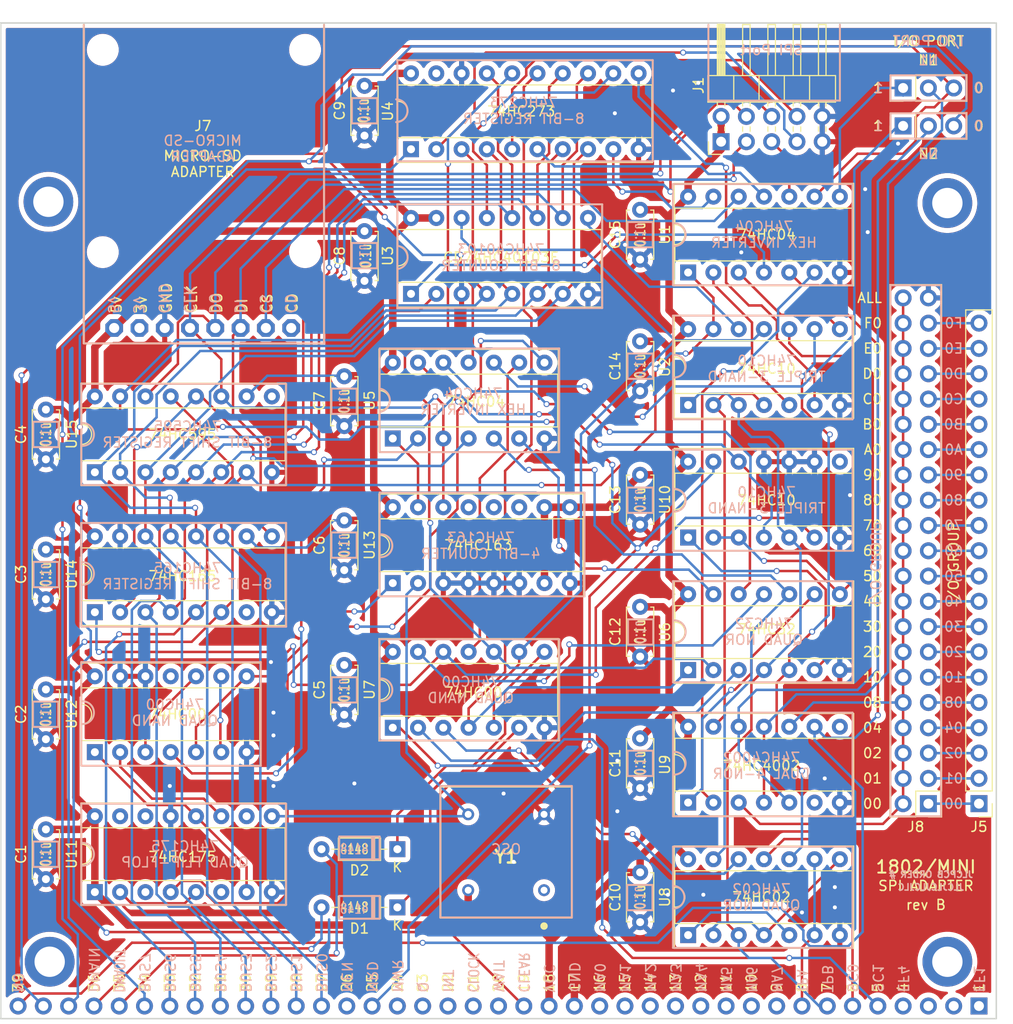
<source format=kicad_pcb>
(kicad_pcb (version 20211014) (generator pcbnew)
  (title_block (title "1802/Mini SPI Adapter") (date "2022-10-25") (rev "A"))
  (layers (0 "F.Cu" signal) (31 "B.Cu" signal) (34 "B.Paste" user) (35 "F.Paste" user) (36 "B.SilkS" user "B.Silkscreen") (37 "F.SilkS" user "F.Silkscreen") (38 "B.Mask" user) (39 "F.Mask" user) (44 "Edge.Cuts" user))
  (net 0 "")
  (net 1 "GND")
  (net 2 "VCC")
  (net 3 "N2")
  (net 4 "TPB")
  (net 5 "TPA")
  (net 6 "Net-(D1-Pad1)")
  (net 7 "MISO")
  (net 8 "MOSI")
  (net 9 "~{CS0}")
  (net 10 "SCK")
  (net 11 "OUT0")
  (net 12 "OUT1")
  (net 13 "N0")
  (net 14 "N1")
  (net 15 "SC1")
  (net 16 "SC0")
  (net 17 "~{DMAIN}")
  (net 18 "~{GROUP}")
  (net 23 "~{CLEAR}")
  (net 24 "~{MRD}")
  (net 25 "~{DMAOUT}")
  (net 29 "MA7")
  (net 30 "MA6")
  (net 31 "MA5")
  (net 32 "MA4")
  (net 33 "MA3")
  (net 34 "MA2")
  (net 35 "MA1")
  (net 36 "MA0")
  (net 43 "BUS0")
  (net 44 "BUS1")
  (net 45 "BUS2")
  (net 46 "BUS3")
  (net 47 "BUS4")
  (net 48 "BUS5")
  (net 49 "BUS6")
  (net 50 "BUS7")
  (net 51 "Net-(D2-Pad1)")
  (net 52 "Net-(JP1-Pad1)")
  (net 53 "Net-(JP1-Pad2)")
  (net 54 "Net-(JP2-Pad1)")
  (net 55 "Net-(JP2-Pad2)")
  (net 56 "~{CS1}")
  (net 57 "PORT2")
  (net 58 "Net-(U1-Pad2)")
  (net 59 "~{CTL_LE}")
  (net 60 "Net-(U1-Pad3)")
  (net 61 "CLK")
  (net 62 "IO")
  (net 63 "~{ZERO}")
  (net 64 "~{CTR_LE}")
  (net 65 "Net-(U1-Pad4)")
  (net 66 "INP")
  (net 67 "PORT3")
  (net 68 "DMA")
  (net 69 "DMAOUT_EN")
  (net 70 "Net-(U1-Pad6)")
  (net 71 "/DMA/CS0")
  (net 72 "Net-(U3-Pad13)")
  (net 74 "Net-(U13-Pad15)")
  (net 75 "Net-(U12-Pad4)")
  (net 76 "/DMA/CS1")
  (net 77 "~{IOWR}")
  (net 78 "~{IORD}")
  (net 79 "DMAIN_EN")
  (net 80 "Net-(U14-Pad2)")
  (net 83 "Net-(U5-Pad6)")
  (net 84 "Net-(U11-Pad4)")
  (net 85 "Net-(U5-Pad9)")
  (net 86 "Net-(U10-Pad4)")
  (net 87 "Net-(U6-Pad3)")
  (net 88 "Net-(U6-Pad11)")
  (net 94 "Net-(U7-Pad3)")
  (net 95 "Net-(U12-Pad10)")
  (net 96 "Net-(U11-Pad12)")
  (net 97 "Net-(U11-Pad11)")
  (net 98 "Net-(U8-Pad1)")
  (net 99 "Net-(U8-Pad2)")
  (net 100 "Net-(U11-Pad2)")
  (net 103 "Net-(U11-Pad9)")
  (net 107 "Net-(U12-Pad5)")
  (net 108 "Net-(U12-Pad6)")
  (net 112 "Net-(J5-Pad1)")
  (net 113 "Net-(J5-Pad2)")
  (net 114 "Net-(J5-Pad3)")
  (net 115 "Net-(J5-Pad4)")
  (net 116 "Net-(J5-Pad5)")
  (net 117 "Net-(J5-Pad6)")
  (net 118 "Net-(J5-Pad7)")
  (net 119 "Net-(J5-Pad8)")
  (net 120 "Net-(J5-Pad9)")
  (net 121 "Net-(J5-Pad10)")
  (net 122 "Net-(J5-Pad11)")
  (net 123 "Net-(J5-Pad12)")
  (net 124 "Net-(J5-Pad13)")
  (net 125 "Net-(J5-Pad14)")
  (net 126 "Net-(J5-Pad15)")
  (net 127 "Net-(J5-Pad16)")
  (net 128 "Net-(J5-Pad17)")
  (net 129 "Net-(J5-Pad18)")
  (net 130 "Net-(J5-Pad19)")
  (net 131 "Net-(J5-Pad20)")
  (footprint "1802-mini:1pin" (layer "F.Cu") (at 104.775 141.605)
    (fp_text reference "J4" hide)
    (fp_text value "Mount" hide)
  )
  (footprint "Connector_PinHeader_2.54mm:PinHeader_1x20_P2.54mm_Vertical" (layer "F.Cu") (at 198.12 125.725 180)
    (fp_text reference "J5")
    (fp_text value "GRP_EXP")
  )
  (footprint "1802-mini:1pin" (layer "F.Cu") (at 194.945 141.605)
    (fp_text reference "J2" hide)
    (fp_text value "Mount" hide)
  )
  (footprint "1802-Mini:Pin_Header_Straight_1x39_Pitch2.54mm" (layer "F.Cu") (at 198.12 146.05 -90)
    (fp_text reference "J9" hide)
    (fp_text value "Expansion" hide)
  )
  (footprint "1802-mini:1pin" (layer "F.Cu") (at 194.945 65.405 180)
    (fp_text reference "J3" hide)
    (fp_text value "Mount" hide)
  )
  (footprint "Connector_PinHeader_2.54mm:PinHeader_2x05_P2.54mm_Horizontal" (layer "F.Cu") (at 172.217 59.244 90)
    (fp_text reference "J1")
    (fp_text value "Conn_02x05_Odd_Even")
  )
  (footprint "Package_DIP:DIP-14_W7.62mm_Socket" (layer "F.Cu") (at 168.905 72.38 90)
    (fp_text reference "U1")
    (fp_text value "74HC04")
  )
  (footprint "Capacitor_THT:C_Disc_D4.7mm_W2.5mm_P5.00mm" (layer "F.Cu") (at 134.366 87.804 90)
    (fp_text reference "C7")
    (fp_text value "100nF")
  )
  (footprint "Capacitor_THT:C_Disc_D4.7mm_W2.5mm_P5.00mm" (layer "F.Cu") (at 164.084 71.08 90)
    (fp_text reference "C15")
    (fp_text value "100nF")
  )
  (footprint "Capacitor_THT:C_Disc_D4.7mm_W2.5mm_P5.00mm" (layer "F.Cu") (at 104.394 119.255332 90)
    (fp_text reference "C2")
    (fp_text value "100nF")
  )
  (footprint "Capacitor_THT:C_Disc_D4.7mm_W2.5mm_P5.00mm" (layer "F.Cu") (at 164.084 84.288 90)
    (fp_text reference "C14")
    (fp_text value "100nF")
  )
  (footprint "Capacitor_THT:C_Disc_D4.7mm_W2.5mm_P5.00mm" (layer "F.Cu") (at 164.084 124.166 90)
    (fp_text reference "C11")
    (fp_text value "100nF")
  )
  (footprint "Capacitor_THT:C_Disc_D4.7mm_W2.5mm_P5.00mm" (layer "F.Cu") (at 104.394 91.146 90)
    (fp_text reference "C4")
    (fp_text value "100nF")
  )
  (footprint "Capacitor_THT:C_Disc_D4.7mm_W2.5mm_P5.00mm" (layer "F.Cu") (at 164.084 137.628 90)
    (fp_text reference "C10")
    (fp_text value "100nF")
  )
  (footprint "Connector_PinHeader_2.54mm:PinHeader_1x03_P2.54mm_Vertical" (layer "F.Cu") (at 190.5 57.658 90)
    (fp_text reference "JP1")
    (fp_text value "Jumper_3_Bridged12")
  )
  (footprint "Package_DIP:DIP-16_W7.62mm_Socket" (layer "F.Cu") (at 109.3126 134.61 90)
    (fp_text reference "U11")
    (fp_text value "74HC175")
  )
  (footprint "Connector_PinHeader_2.54mm:PinHeader_1x03_P2.54mm_Vertical" (layer "F.Cu") (at 190.5 53.848 90)
    (fp_text reference "JP2")
    (fp_text value "Jumper_3_Bridged12")
  )
  (footprint "1802-mini:1pin" (layer "F.Cu") (at 104.648 65.278)
    (fp_text reference "J6" hide)
    (fp_text value "Mount" hide)
  )
  (footprint "1802-mini:Adafruit_micro_sd_adapter" (layer "F.Cu") (at 120.142 63.754)
    (fp_text reference "J7")
    (fp_text value "Conn_01x08")
  )
  (footprint "Package_DIP:DIP-16_W7.62mm_Socket" (layer "F.Cu") (at 109.3126 106.500666 90)
    (fp_text reference "U14")
    (fp_text value "74HC165")
  )
  (footprint "Package_DIP:DIP-14_W7.62mm_Socket" (layer "F.Cu") (at 168.905 112.3088 90)
    (fp_text reference "U6")
    (fp_text value "74HC32")
  )
  (footprint "Package_DIP:DIP-14_W7.62mm_Socket" (layer "F.Cu") (at 168.905 138.928 90)
    (fp_text reference "U8")
    (fp_text value "74HC02")
  )
  (footprint "Package_DIP:DIP-14_W7.62mm_Socket" (layer "F.Cu") (at 109.3126 120.555332 90)
    (fp_text reference "U12")
    (fp_text value "74HC00")
  )
  (footprint "Connector_PinHeader_2.54mm:PinHeader_2x21_P2.54mm_Vertical" (layer "F.Cu") (at 193.04 125.73 180)
    (fp_text reference "J8")
    (fp_text value "GRP_SEL")
  )
  (footprint "Capacitor_THT:C_Disc_D4.7mm_W2.5mm_P5.00mm" (layer "F.Cu") (at 104.394 133.31 90)
    (fp_text reference "C1")
    (fp_text value "100nF")
  )
  (footprint "Package_DIP:DIP-14_W7.62mm_Socket" (layer "F.Cu") (at 139.2358 118.1 90)
    (fp_text reference "U7")
    (fp_text value "74HC00")
  )
  (footprint "Package_DIP:DIP-16_W7.62mm_Socket" (layer "F.Cu") (at 139.2358 103.575 90)
    (fp_text reference "U13")
    (fp_text value "74HC163")
  )
  (footprint "Diode_THT:D_DO-35_SOD27_P7.62mm_Horizontal" (layer "F.Cu") (at 139.7 136.144 180)
    (fp_text reference "D1")
    (fp_text value "1N4148")
  )
  (footprint "Diode_THT:D_DO-35_SOD27_P7.62mm_Horizontal" (layer "F.Cu") (at 139.7 130.302 180)
    (fp_text reference "D2")
    (fp_text value "1N4148")
  )
  (footprint "Package_DIP:DIP-14_W7.62mm_Socket" (layer "F.Cu") (at 168.905 85.6896 90)
    (fp_text reference "U2")
    (fp_text value "74HC10")
  )
  (footprint "Capacitor_THT:C_Disc_D4.7mm_W2.5mm_P5.00mm" (layer "F.Cu") (at 134.366 116.8 90)
    (fp_text reference "C5")
    (fp_text value "100nF")
  )
  (footprint "Package_DIP:DIP-14_W7.62mm_Socket" (layer "F.Cu") (at 168.905 98.9992 90)
    (fp_text reference "U10")
    (fp_text value "74HC10")
  )
  (footprint "Capacitor_THT:C_Disc_D4.7mm_W2.5mm_P5.00mm" (layer "F.Cu") (at 134.366 102.275 90)
    (fp_text reference "C6")
    (fp_text value "100nF")
  )
  (footprint "SamacSys_Parts:ECS2100AX160MHZ" (layer "F.Cu") (at 154.432 134.419 90)
    (fp_text reference "Y1")
    (fp_text value "ECS-2100AX-16.0MHZ" hide)
  )
  (footprint "Package_DIP:DIP-14_W7.62mm_Socket" (layer "F.Cu") (at 168.905 125.6184 90)
    (fp_text reference "U9")
    (fp_text value "74HC4002")
  )
  (footprint "Capacitor_THT:C_Disc_D4.7mm_W2.5mm_P5.00mm" (layer "F.Cu") (at 164.084 97.6992 90)
    (fp_text reference "C13")
    (fp_text value "100nF")
  )
  (footprint "Capacitor_THT:C_Disc_D4.7mm_W2.5mm_P5.00mm" (layer "F.Cu") (at 136.398 58.634 90)
    (fp_text reference "C9")
    (fp_text value "100nF")
  )
  (footprint "Package_DIP:DIP-16_W7.62mm_Socket" (layer "F.Cu") (at 141.0706 74.525 90)
    (fp_text reference "U3")
    (fp_text value "CD74HC40103E")
  )
  (footprint "Capacitor_THT:C_Disc_D4.7mm_W2.5mm_P5.00mm" (layer "F.Cu") (at 136.398 73.225 90)
    (fp_text reference "C8")
    (fp_text value "100nF")
  )
  (footprint "Package_DIP:DIP-14_W7.62mm_Socket" (layer "F.Cu") (at 139.2358 89.05 90)
    (fp_text reference "U5")
    (fp_text value "74HC04")
  )
  (footprint "Package_DIP:DIP-20_W7.62mm_Socket" (layer "F.Cu") (at 141.0706 60 90)
    (fp_text reference "U4")
    (fp_text value "74HC273")
  )
  (footprint "Package_DIP:DIP-16_W7.62mm_Socket" (layer "F.Cu") (at 109.3126 92.446 90)
    (fp_text reference "U15")
    (fp_text value "74HC595")
  )
  (footprint "Capacitor_THT:C_Disc_D4.7mm_W2.5mm_P5.00mm" (layer "F.Cu") (at 104.394 105.200666 90)
    (fp_text reference "C3")
    (fp_text value "100nF")
  )
  (footprint "Capacitor_THT:C_Disc_D4.7mm_W2.5mm_P5.00mm" (layer "F.Cu") (at 164.084 110.958 90)
    (fp_text reference "C12")
    (fp_text value "100nF")
  )
  (gr_line (start 167.386 87.122) (end 185.42 87.122) (layer "B.SilkS") (width 0.2))
  (gr_arc (start 167.513 94.107) (mid 168.656 95.25) (end 167.513 96.393) (layer "B.SilkS") (width 0.2))
  (gr_line (start 167.386 127) (end 185.42 127) (layer "B.SilkS") (width 0.2))
  (gr_line (start 107.95 135.89) (end 128.524 135.89) (layer "B.SilkS") (width 0.2))
  (gr_line (start 185.42 73.66) (end 185.42 63.5) (layer "B.SilkS") (width 0.2))
  (gr_line (start 103.124 132.08) (end 105.664 132.08) (layer "B.SilkS") (width 0.2))
  (gr_arc (start 139.827 69.723) (mid 140.728713 70.866) (end 139.827 72.009) (layer "B.SilkS") (width 0.2))
  (gr_line (start 185.42 127) (end 185.42 116.586) (layer "B.SilkS") (width 0.2))
  (gr_line (start 137.922 135.001) (end 133.858 135.001) (layer "B.SilkS") (width 0.2))
  (gr_line (start 185.42 100.33) (end 185.42 90.17) (layer "B.SilkS") (width 0.2))
  (gr_line (start 162.786725 133.89131) (end 162.786725 136.43131) (layer "B.SilkS") (width 0.2))
  (gr_line (start 165.401116 109.757574) (end 165.401116 107.217574) (layer "B.SilkS") (width 0.2))
  (gr_line (start 157.226 123.952) (end 157.226 137.16) (layer "B.SilkS") (width 0.2))
  (gr_line (start 139.7 75.946) (end 160.274 75.946) (layer "B.SilkS") (width 0.2))
  (gr_line (start 165.36392 122.948635) (end 165.36392 120.408635) (layer "B.SilkS") (width 0.2))
  (gr_line (start 165.354 51.054) (end 139.7 51.054) (layer "B.SilkS") (width 0.2))
  (gr_line (start 105.664 89.916) (end 105.664 87.376) (layer "B.SilkS") (width 0.2))
  (gr_line (start 165.354 61.214) (end 165.354 51.054) (layer "B.SilkS") (width 0.2))
  (gr_line (start 103.124 87.376) (end 103.124 89.916) (layer "B.SilkS") (width 0.2))
  (gr_line (start 137.16 131.318) (end 137.16 129.032) (layer "B.SilkS") (width 0.2))
  (gr_line (start 184.15 47.498) (end 184.15 55.118) (layer "B.SilkS") (width 0.2))
  (gr_line (start 135.120609 71.956391) (end 137.660609 71.956391) (layer "B.SilkS") (width 0.2))
  (gr_line (start 139.7 51.054) (end 139.7 61.214) (layer "B.SilkS") (width 0.2))
  (gr_line (start 105.686754 101.446878) (end 103.146754 101.446878) (layer "B.SilkS") (width 0.2))
  (gr_line (start 189.23 56.388) (end 196.85 56.388) (layer "B.SilkS") (width 0.2))
  (gr_line (start 167.386 116.586) (end 167.386 127) (layer "B.SilkS") (width 0.2))
  (gr_line (start 133.096 115.57) (end 135.636 115.57) (layer "B.SilkS") (width 0.2))
  (gr_arc (start 167.386 133.985) (mid 168.529 135.128) (end 167.386 136.271) (layer "B.SilkS") (width 0.2))
  (gr_line (start 196.85 56.388) (end 196.85 58.928) (layer "B.SilkS") (width 0.2))
  (gr_line (start 107.95 93.726) (end 128.524 93.726) (layer "B.SilkS") (width 0.2))
  (gr_line (start 167.386 90.17) (end 167.386 100.33) (layer "B.SilkS") (width 0.2))
  (gr_arc (start 138.049 84.074) (mid 138.943322 85.217) (end 138.049 86.36) (layer "B.SilkS") (width 0.2))
  (gr_line (start 137.660609 71.956391) (end 137.660609 69.416391) (layer "B.SilkS") (width 0.2))
  (gr_line (start 137.922 94.488) (end 158.496 94.488) (layer "B.SilkS") (width 0.2))
  (gr_line (start 135.615853 86.584279) (end 135.615853 84.044279) (layer "B.SilkS") (width 0.2))
  (gr_line (start 162.814 69.85) (end 165.354 69.85) (layer "B.SilkS") (width 0.2))
  (gr_line (start 133.075853 98.492056) (end 133.075853 101.032056) (layer "B.SilkS") (width 0.2))
  (gr_line (start 135.615853 98.492056) (end 133.075853 98.492056) (layer "B.SilkS") (width 0.2))
  (gr_line (start 103.124 129.54) (end 103.124 132.08) (layer "B.SilkS") (width 0.2))
  (gr_line (start 135.615853 101.032056) (end 135.615853 98.492056) (layer "B.SilkS") (width 0.2))
  (gr_line (start 185.42 140.208) (end 167.386 140.208) (layer "B.SilkS") (width 0.2))
  (gr_line (start 165.326725 133.89131) (end 162.786725 133.89131) (layer "B.SilkS") (width 0.2))
  (gr_line (start 107.95 121.92) (end 125.984 121.92) (layer "B.SilkS") (width 0.2))
  (gr_line (start 135.636 113.03) (end 133.096 113.03) (layer "B.SilkS") (width 0.2))
  (gr_line (start 189.23 52.578) (end 196.85 52.578) (layer "B.SilkS") (width 0.2))
  (gr_arc (start 167.513 67.437) (mid 168.656 68.58) (end 167.513 69.723) (layer "B.SilkS") (width 0.2))
  (gr_line (start 162.814 96.52) (end 165.354 96.52) (layer "B.SilkS") (width 0.2))
  (gr_line (start 194.31 73.66) (end 189.23 73.66) (layer "B.SilkS") (width 0.2))
  (gr_arc (start 108.077 101.473) (mid 109.22 102.616) (end 108.077 103.759) (layer "B.SilkS") (width 0.2))
  (gr_line (start 185.42 87.122) (end 185.42 76.708) (layer "B.SilkS") (width 0.2))
  (gr_arc (start 167.513 107.315) (mid 168.656 108.458) (end 167.513 109.601) (layer "B.SilkS") (width 0.2))
  (gr_line (start 144.018 137.16) (end 144.018 123.952) (layer "B.SilkS") (width 0.2))
  (gr_line (start 189.23 58.928) (end 189.23 56.388) (layer "B.SilkS") (width 0.2))
  (gr_line (start 167.386 103.378) (end 167.386 113.538) (layer "B.SilkS") (width 0.2))
  (gr_line (start 135.636 115.57) (end 135.636 113.03) (layer "B.SilkS") (width 0.2))
  (gr_line (start 137.668 54.864) (end 135.128 54.864) (layer "B.SilkS") (width 0.2))
  (gr_line (start 137.922 109.22) (end 137.922 119.38) (layer "B.SilkS") (width 0.2))
  (gr_line (start 170.942 55.118) (end 170.942 47.498) (layer "B.SilkS") (width 0.2))
  (gr_line (start 133.075853 101.032056) (end 135.615853 101.032056) (layer "B.SilkS") (width 0.2))
  (gr_line (start 165.354 80.518) (end 162.814 80.518) (layer "B.SilkS") (width 0.2))
  (gr_line (start 165.36392 120.408635) (end 162.82392 120.408635) (layer "B.SilkS") (width 0.2))
  (gr_line (start 107.95 107.95) (end 128.524 107.95) (layer "B.SilkS") (width 0.2))
  (gr_line (start 137.922 137.287) (end 137.922 135.001) (layer "B.SilkS") (width 0.2))
  (gr_line (start 189.23 127) (end 194.31 127) (layer "B.SilkS") (width 0.2))
  (gr_line (start 108.204 79.502) (end 108.204 47.498) (layer "B.SilkS") (width 0.2))
  (gr_line (start 137.922 80.01) (end 137.922 90.424) (layer "B.SilkS") (width 0.2))
  (gr_line (start 105.686754 103.986878) (end 105.686754 101.446878) (layer "B.SilkS") (width 0.2))
  (gr_line (start 105.664 132.08) (end 105.664 129.54) (layer "B.SilkS") (width 0.2))
  (gr_line (start 162.82392 120.408635) (end 162.82392 122.948635) (layer "B.SilkS") (width 0.2))
  (gr_line (start 158.496 104.902) (end 137.922 104.902) (layer "B.SilkS") (width 0.2))
  (gr_line (start 137.922 131.318) (end 137.922 129.032) (layer "B.SilkS") (width 0.2))
  (gr_line (start 107.95 125.73) (end 107.95 135.89) (layer "B.SilkS") (width 0.2))
  (gr_line (start 185.42 90.17) (end 167.386 90.17) (layer "B.SilkS") (width 0.2))
  (gr_line (start 160.274 65.532) (end 139.7 65.532) (layer "B.SilkS") (width 0.2))
  (gr_line (start 155.956 90.424) (end 155.956 80.01) (layer "B.SilkS") (width 0.2))
  (gr_line (start 185.42 130.048) (end 185.42 140.208) (layer "B.SilkS") (width 0.2))
  (gr_line (start 165.354 83.058) (end 165.354 80.518) (layer "B.SilkS") (width 0.2))
  (gr_line (start 132.334 79.502) (end 108.204 79.502) (layer "B.SilkS") (width 0.2))
  (gr_arc (start 167.513 120.523) (mid 168.656 121.666) (end 167.513 122.809) (layer "B.SilkS") (width 0.2))
  (gr_line (start 189.23 55.118) (end 189.23 52.578) (layer "B.SilkS") (width 0.2))
  (gr_line (start 107.95 88.646) (end 107.95 87.63) (layer "B.SilkS") (width 0.2))
  (gr_line (start 135.128 57.404) (end 137.668 57.404) (layer "B.SilkS") (width 0.2))
  (gr_line (start 162.82392 122.948635) (end 165.36392 122.948635) (layer "B.SilkS") (width 0.2))
  (gr_line (start 185.42 63.5) (end 167.386 63.5) (layer "B.SilkS") (width 0.2))
  (gr_line (start 162.786725 136.43131) (end 165.326725 136.43131) (layer "B.SilkS") (width 0.2))
  (gr_line (start 155.956 119.38) (end 155.956 109.22) (layer "B.SilkS") (width 0.2))
  (gr_line (start 105.63716 118.02104) (end 105.63716 115.48104) (layer "B.SilkS") (width 0.2))
  (gr_line (start 196.85 52.578) (end 196.85 55.118) (layer "B.SilkS") (width 0.2))
  (gr_line (start 155.956 80.01) (end 137.922 80.01) (layer "B.SilkS") (width 0.2))
  (gr_line (start 103.09716 118.02104) (end 105.63716 118.02104) (layer "B.SilkS") (width 0.2))
  (gr_arc (start 108.077 87.503) (mid 109.22 88.646) (end 108.077 89.789) (layer "B.SilkS") (width 0.2))
  (gr_line (start 128.524 135.89) (end 128.524 125.73) (layer "B.SilkS") (width 0.2))
  (gr_arc (start 139.573 54.991) (mid 140.716 56.134) (end 139.573 57.277) (layer "B.SilkS") (width 0.2))
  (gr_arc (start 138.049 113.157) (mid 139.192 114.3) (end 138.049 115.443) (layer "B.SilkS") (width 0.2))
  (gr_line (start 137.922 119.38) (end 155.956 119.38) (layer "B.SilkS") (width 0.2))
  (gr_line (start 133.858 137.287) (end 137.922 137.287) (layer "B.SilkS") (width 0.2))
  (gr_line (start 165.354 96.52) (end 165.354 93.98) (layer "B.SilkS") (width 0.2))
  (gr_line (start 185.42 76.708) (end 167.386 76.708) (layer "B.SilkS") (width 0.2))
  (gr_line (start 133.858 135.001) (end 133.858 137.287) (layer "B.SilkS") (width 0.2))
  (gr_line (start 144.018 123.952) (end 157.226 123.952) (layer "B.SilkS") (width 0.2))
  (gr_line (start 107.95 97.536) (end 107.95 107.95) (layer "B.SilkS") (width 0.2))
  (gr_arc (start 108.077 129.667) (mid 109.22 130.81) (end 108.077 131.953) (layer "B.SilkS") (width 0.2))
  (gr_line (start 165.354 93.98) (end 162.814 93.98) (layer "B.SilkS") (width 0.2))
  (gr_line (start 132.334 47.498) (end 132.334 79.502) (layer "B.SilkS") (width 0.2))
  (gr_line (start 162.814 67.31) (end 162.814 69.85) (layer "B.SilkS") (width 0.2))
  (gr_line (start 133.075853 86.584279) (end 135.615853 86.584279) (layer "B.SilkS") (width 0.2))
  (gr_line (start 162.814 83.058) (end 165.354 83.058) (layer "B.SilkS") (width 0.2))
  (gr_line (start 103.146754 103.986878) (end 105.686754 103.986878) (layer "B.SilkS") (width 0.2))
  (gr_line (start 105.664 87.376) (end 103.124 87.376) (layer "B.SilkS") (width 0.2))
  (gr_line (start 185.42 130.048) (end 167.386 130.048) (layer "B.SilkS") (width 0.2))
  (gr_line (start 137.922 104.902) (end 137.922 94.488) (layer "B.SilkS") (width 0.2))
  (gr_line (start 103.124 89.916) (end 105.664 89.916) (layer "B.SilkS") (width 0.2))
  (gr_line (start 135.128 54.864) (end 135.128 57.404) (layer "B.SilkS") (width 0.2))
  (gr_line (start 165.401116 107.217574) (end 162.861116 107.217574) (layer "B.SilkS") (width 0.2))
  (gr_line (start 125.984 121.92) (end 125.984 111.506) (layer "B.SilkS") (width 0.2))
  (gr_line (start 103.146754 101.446878) (end 103.146754 103.986878) (layer "B.SilkS") (width 0.2))
  (gr_line (start 165.354 69.85) (end 165.354 67.31) (layer "B.SilkS") (width 0.2))
  (gr_line (start 185.42 116.586) (end 167.386 116.586) (layer "B.SilkS") (width 0.2))
  (gr_line (start 105.664 129.54) (end 103.124 129.54) (layer "B.SilkS") (width 0.2))
  (gr_line (start 137.347874 137.287) (end 137.347874 135.001) (layer "B.SilkS") (width 0.2))
  (gr_line (start 162.861116 109.757574) (end 165.401116 109.757574) (layer "B.SilkS") (width 0.2))
  (gr_line (start 128.524 125.73) (end 107.95 125.73) (layer "B.SilkS") (width 0.2))
  (gr_line (start 133.858 129.032) (end 133.858 131.318) (layer "B.SilkS") (width 0.2))
  (gr_line (start 167.386 113.538) (end 185.42 113.538) (layer "B.SilkS") (width 0.2))
  (gr_line (start 137.668 57.404) (end 137.668 54.864) (layer "B.SilkS") (width 0.2))
  (gr_line (start 185.42 103.378) (end 167.386 103.378) (layer "B.SilkS") (width 0.2))
  (gr_line (start 133.858 131.318) (end 137.922 131.318) (layer "B.SilkS") (width 0.2))
  (gr_line (start 165.354 67.31) (end 162.814 67.31) (layer "B.SilkS") (width 0.2))
  (gr_line (start 155.956 109.22) (end 137.922 109.22) (layer "B.SilkS") (width 0.2))
  (gr_line (start 137.660609 69.416391) (end 135.120609 69.416391) (layer "B.SilkS") (width 0.2))
  (gr_arc (start 167.513 80.645) (mid 168.656 81.788) (end 167.513 82.931) (layer "B.SilkS") (width 0.2))
  (gr_line (start 167.386 73.66) (end 185.42 73.66) (layer "B.SilkS") (width 0.2))
  (gr_line (start 162.814 93.98) (end 162.814 96.52) (layer "B.SilkS") (width 0.2))
  (gr_line (start 107.95 111.506) (end 107.95 121.92) (layer "B.SilkS") (width 0.2))
  (gr_line (start 137.922 129.032) (end 133.858 129.032) (layer "B.SilkS") (width 0.2))
  (gr_line (start 103.09716 115.48104) (end 103.09716 118.02104) (layer "B.SilkS") (width 0.2))
  (gr_arc (start 138.049 98.679) (mid 139.192 99.822) (end 138.049 100.965) (layer "B.SilkS") (width 0.2))
  (gr_line (start 162.861116 107.217574) (end 162.861116 109.757574) (layer "B.SilkS") (width 0.2))
  (gr_line (start 167.386 100.33) (end 185.42 100.33) (layer "B.SilkS") (width 0.2))
  (gr_line (start 194.31 127) (end 194.31 73.66) (layer "B.SilkS") (width 0.2))
  (gr_line (start 139.7 61.214) (end 165.354 61.214) (layer "B.SilkS") (width 0.2))
  (gr_line (start 135.120609 69.416391) (end 135.120609 71.956391) (layer "B.SilkS") (width 0.2))
  (gr_line (start 128.524 107.95) (end 128.524 97.536) (layer "B.SilkS") (width 0.2))
  (gr_line (start 167.386 63.5) (end 167.386 73.66) (layer "B.SilkS") (width 0.2))
  (gr_line (start 128.524 97.536) (end 107.95 97.536) (layer "B.SilkS") (width 0.2))
  (gr_line (start 157.226 137.16) (end 144.018 137.16) (layer "B.SilkS") (width 0.2))
  (gr_line (start 133.075853 84.044279) (end 133.075853 86.584279) (layer "B.SilkS") (width 0.2))
  (gr_line (start 107.95 83.566) (end 107.95 93.726) (layer "B.SilkS") (width 0.2))
  (gr_line (start 128.524 93.726) (end 128.524 83.566) (layer "B.SilkS") (width 0.2))
  (gr_line (start 137.16 137.287) (end 137.16 135.001) (layer "B.SilkS") (width 0.2))
  (gr_line (start 105.63716 115.48104) (end 103.09716 115.48104) (layer "B.SilkS") (width 0.2))
  (gr_line (start 125.984 111.506) (end 107.95 111.506) (layer "B.SilkS") (width 0.2))
  (gr_line (start 137.347874 131.318) (end 137.347874 129.032) (layer "B.SilkS") (width 0.2))
  (gr_line (start 165.326725 136.43131) (end 165.326725 133.89131) (layer "B.SilkS") (width 0.2))
  (gr_line (start 158.496 94.488) (end 158.496 104.902) (layer "B.SilkS") (width 0.2))
  (gr_line (start 139.7 65.532) (end 139.7 75.946) (layer "B.SilkS") (width 0.2))
  (gr_line (start 196.85 58.928) (end 189.23 58.928) (layer "B.SilkS") (width 0.2))
  (gr_line (start 135.615853 84.044279) (end 133.075853 84.044279) (layer "B.SilkS") (width 0.2))
  (gr_line (start 137.922 90.424) (end 155.956 90.424) (layer "B.SilkS") (width 0.2))
  (gr_line (start 167.386 76.708) (end 167.386 87.122) (layer "B.SilkS") (width 0.2))
  (gr_line (start 185.42 113.538) (end 185.42 103.378) (layer "B.SilkS") (width 0.2))
  (gr_line (start 189.23 73.66) (end 189.23 127) (layer "B.SilkS") (width 0.2))
  (gr_line (start 133.096 113.03) (end 133.096 115.57) (layer "B.SilkS") (width 0.2))
  (gr_arc (start 108.077 115.443) (mid 109.22 116.586) (end 108.077 117.729) (layer "B.SilkS") (width 0.2))
  (gr_line (start 167.386 140.208) (end 167.386 130.048) (layer "B.SilkS") (width 0.2))
  (gr_line (start 128.524 83.566) (end 107.95 83.566) (layer "B.SilkS") (width 0.2))
  (gr_line (start 184.15 55.118) (end 170.942 55.118) (layer "B.SilkS") (width 0.2))
  (gr_line (start 196.85 55.118) (end 189.23 55.118) (layer "B.SilkS") (width 0.2))
  (gr_line (start 162.814 80.518) (end 162.814 83.058) (layer "B.SilkS") (width 0.2))
  (gr_line (start 160.274 75.946) (end 160.274 65.532) (layer "B.SilkS") (width 0.2))
  (gr_line (start 132.334 79.502) (end 132.334 47.498) (layer "F.SilkS") (width 0.2))
  (gr_line (start 108.204 79.502) (end 132.334 79.502) (layer "F.SilkS") (width 0.2))
  (gr_circle (center 154.432 138.019) (end 154.686 137.922) (layer "F.SilkS") (width 0.2) (fill none))
  (gr_line (start 108.204 47.498) (end 108.204 79.502) (layer "F.SilkS") (width 0.2))
  (gr_rect (start 99.86 47.32) (end 199.86 147.32) (layer "Edge.Cuts") (width 0.15) (fill none))
  (gr_text "GND" (at 157.48 144.78 270) (layer "B.SilkS") (effects (font (size 1 1)) (justify left mirror)))
  (gr_text "MA0" (at 160.02 144.78 270) (layer "B.SilkS") (effects (font (size 1 1)) (justify left mirror)))
  (gr_text "MA1" (at 162.56 144.78 270) (layer "B.SilkS") (effects (font (size 1 1)) (justify left mirror)))
  (gr_text "MA2" (at 165.1 144.78 270) (layer "B.SilkS") (effects (font (size 1 1)) (justify left mirror)))
  (gr_text "MA3" (at 167.64 144.78 270) (layer "B.SilkS") (effects (font (size 1 1)) (justify left mirror)))
  (gr_text "MA4" (at 170.18 144.78 270) (layer "B.SilkS") (effects (font (size 1 1)) (justify left mirror)))
  (gr_text "MA5" (at 172.72 144.78 270) (layer "B.SilkS") (effects (font (size 1 0.873)) (justify left mirror)))
  (gr_text "MA6" (at 175.26 144.78 270) (layer "B.SilkS") (effects (font (size 1 0.873)) (justify left mirror)))
  (gr_text "MA7" (at 177.8 144.78 270) (layer "B.SilkS") (effects (font (size 1 0.873)) (justify left mirror)))
  (gr_text "TPA" (at 180.34 144.78 270) (layer "B.SilkS") (effects (font (size 1 0.873)) (justify left mirror)))
  (gr_text "TPB" (at 182.88 144.78 270) (layer "B.SilkS") (effects (font (size 1 1)) (justify left mirror)))
  (gr_text "SC0" (at 185.42 144.78 270) (layer "B.SilkS") (effects (font (size 1 1)) (justify left mirror)))
  (gr_text "SC1" (at 187.96 144.78 270) (layer "B.SilkS") (effects (font (size 1 1)) (justify left mirror)))
  (gr_text "EF4" (at 190.5 144.78 270) (layer "B.SilkS") (effects (font (size 1 1)) (justify left mirror)))
  (gr_text "EF1" (at 198.12 144.78 270) (layer "B.SilkS") (effects (font (size 1 1)) (justify left mirror)))
  (gr_text "VCC" (at 154.94 144.78 270) (layer "B.SilkS") (effects (font (size 1 1)) (justify left mirror)))
  (gr_text "CLEAR" (at 152.4 144.78 270) (layer "B.SilkS") (effects (font (size 1 0.873)) (justify left mirror)))
  (gr_text "WAIT" (at 149.86 144.78 270) (layer "B.SilkS") (effects (font (size 1 1)) (justify left mirror)))
  (gr_text "CLOCK" (at 147.32 144.78 270) (layer "B.SilkS") (effects (font (size 1 0.8222)) (justify left mirror)))
  (gr_text "INT" (at 144.78 144.78 270) (layer "B.SilkS") (effects (font (size 1 1)) (justify left mirror)))
  (gr_text "Q" (at 142.24 144.78 270) (layer "B.SilkS") (effects (font (size 1 1)) (justify left mirror)))
  (gr_text "MWR" (at 139.7 144.78 270) (layer "B.SilkS") (effects (font (size 1 1)) (justify left mirror)))
  (gr_text "MRD" (at 137.16 144.78 270) (layer "B.SilkS") (effects (font (size 1 1)) (justify left mirror)))
  (gr_text "MEN" (at 134.62 144.78 270) (layer "B.SilkS") (effects (font (size 1 1)) (justify left mirror)))
  (gr_text "BUS0" (at 132.08 144.78 270) (layer "B.SilkS") (effects (font (size 1 1)) (justify left mirror)))
  (gr_text "BUS1" (at 129.54 144.78 270) (layer "B.SilkS") (effects (font (size 1 1)) (justify left mirror)))
  (gr_text "BUS2" (at 127 144.78 270) (layer "B.SilkS") (effects (font (size 1 1)) (justify left mirror)))
  (gr_text "BUS3" (at 124.46 144.78 270) (layer "B.SilkS") (effects (font (size 1 1)) (justify left mirror)))
  (gr_text "BUS4" (at 121.92 144.78 270) (layer "B.SilkS") (effects (font (size 1 1)) (justify left mirror)))
  (gr_text "BUS5" (at 119.38 144.78 270) (layer "B.SilkS") (effects (font (size 1 1)) (justify left mirror)))
  (gr_text "BUS6" (at 116.84 144.78 270) (layer "B.SilkS") (effects (font (size 1 1)) (justify left mirror)))
  (gr_text "BUS7" (at 114.3 144.78 270) (layer "B.SilkS") (effects (font (size 1 1)) (justify left mirror)))
  (gr_text "DMAIN" (at 109.22 144.78 270) (layer "B.SilkS") (effects (font (size 1 1)) (justify left mirror)))
  (gr_text "N0" (at 101.6 144.78 270) (layer "B.SilkS") (effects (font (size 1 1)) (justify left mirror)))
  (gr_text "4148" (at 135.382 136.271) (layer "B.SilkS") (effects (font (size 1 0.75) (thickness 0.123)) (justify mirror)))
  (gr_text "20" (at 195.58 110.49) (layer "B.SilkS") (effects (font (size 1 1)) (justify mirror)))
  (gr_text "5v" (at 111.152811 75.653886 270) (layer "B.SilkS") (effects (font (size 1 1)) (justify mirror)))
  (gr_text "I/O PORT" (at 193.04 49.149) (layer "B.SilkS") (effects (font (size 1 1)) (justify mirror)))
  (gr_text "08" (at 195.58 115.57) (layer "B.SilkS") (effects (font (size 1 1)) (justify mirror)))
  (gr_text "50" (at 195.58 102.87) (layer "B.SilkS") (effects (font (size 1 1)) (justify mirror)))
  (gr_text "N2" (at 193.04 60.452) (layer "B.SilkS") (effects (font (size 1 1)) (justify mirror)))
  (gr_text "74HC02\nQUAD NOR" (at 176.276 135.128) (layer "B.SilkS") (effects (font (size 1 1)) (justify mirror)))
  (gr_text "OSC" (at 150.622 130.302) (layer "B.SilkS") (effects (font (size 1 1)) (justify mirror)))
  (gr_text "04" (at 195.58 118.11) (layer "B.SilkS") (effects (font (size 1 1)) (justify mirror)))
  (gr_text "0.1u" (at 164.084 81.788 270) (layer "B.SilkS") (effects (font (size 1 0.7) (thickness 0.12)) (justify mirror)))
  (gr_text "I/O GROUP" (at 187.706 101.6 270) (layer "B.SilkS") (effects (font (size 1 1)) (justify mirror)))
  (gr_text "4148" (at 135.382 130.302) (layer "B.SilkS") (effects (font (size 1 0.75) (thickness 0.123)) (justify mirror)))
  (gr_text "CLK" (at 118.772601 75.106267 270) (layer "B.SilkS") (effects (font (size 1 1)) (justify mirror)))
  (gr_text "B0" (at 195.58 87.63) (layer "B.SilkS") (effects (font (size 1 1)) (justify mirror)))
  (gr_text "0.1u" (at 104.394 88.646 270) (layer "B.SilkS") (effects (font (size 1 0.7) (thickness 0.12)) (justify mirror)))
  (gr_text "0.1u" (at 134.345853 85.314279 270) (layer "B.SilkS") (effects (font (size 1 0.7) (thickness 0.12)) (justify mirror)))
  (gr_text "0.1u" (at 164.09392 121.678635 270) (layer "B.SilkS") (effects (font (size 1 0.7) (thickness 0.12)) (justify mirror)))
  (gr_text "30" (at 195.58 107.95) (layer "B.SilkS") (effects (font (size 1 1)) (justify mirror)))
  (gr_text "1" (at 187.452 53.848) (layer "B.SilkS") (effects (font (size 1 1)) (justify right mirror)))
  (gr_text "74HC40103\n8-BIT COUNTER" (at 150.114 70.866) (layer "B.SilkS") (effects (font (size 1 1)) (justify mirror)))
  (gr_text "70" (at 195.58 97.79) (layer "B.SilkS") (effects (font (size 1 1)) (justify mirror)))
  (gr_text "74HC04\nHEX INVERTER" (at 147.32 85.344) (layer "B.SilkS") (effects (font (size 1 1)) (justify mirror)))
  (gr_text "74HC175\nQUAD FLIP-FLOP" (at 118.364 130.81) (layer "B.SilkS") (effects (font (size 1 1)) (justify mirror)))
  (gr_text "80" (at 195.58 95.25) (layer "B.SilkS") (effects (font (size 1 1)) (justify mirror)))
  (gr_text "0.1u" (at 134.366 114.3 270) (layer "B.SilkS") (effects (font (size 1 0.7) (thickness 0.12)) (justify mirror)))
  (gr_text "0.1u" (at 164.131116 108.487574 270) (layer "B.SilkS") (effects (font (size 1 0.7) (thickness 0.12)) (justify mirror)))
  (gr_text "D0" (at 195.58 82.55) (layer "B.SilkS") (effects (font (size 1 1)) (justify mirror)))
  (gr_text "0.1u" (at 136.398 56.134 270) (layer "B.SilkS") (effects (font (size 1 0.7) (thickness 0.12)) (justify mirror)))
  (gr_text "10" (at 195.58 113.03) (layer "B.SilkS") (effects (font (size 1 1)) (justify mirror)))
  (gr_text "N1" (at 193.04 51.054) (layer "B.SilkS") (effects (font (size 1 1)) (justify mirror)))
  (gr_text "F0" (at 195.58 77.47) (layer "B.SilkS") (effects (font (size 1 1)) (justify mirror)))
  (gr_text "74HC04\nHEX INVERTER" (at 176.53 68.58) (layer "B.SilkS") (effects (font (size 1 1)) (justify mirror)))
  (gr_text "A0" (at 195.58 90.17) (layer "B.SilkS") (effects (font (size 1 1)) (justify mirror)))
  (gr_text "GND" (at 116.232671 74.987219 270) (layer "B.SilkS") (effects (font (size 1 1)) (justify mirror)))
  (gr_text "01" (at 195.58 123.19) (layer "B.SilkS") (effects (font (size 1 1)) (justify mirror)))
  (gr_text "74HC00\nQUAD NAND" (at 117.348 116.586) (layer "B.SilkS") (effects (font (size 1 1)) (justify mirror)))
  (gr_text "0" (at 198.628 57.658) (layer "B.SilkS") (effects (font (size 1 1)) (justify left mirror)))
  (gr_text "74HC10\nTRIPLE 3-NAND" (at 176.784 82.042) (layer "B.SilkS") (effects (font (size 1 1)) (justify mirror)))
  (gr_text "60" (at 195.58 100.33) (layer "B.SilkS") (effects (font (size 1 1)) (justify mirror)))
  (gr_text "74HC4002\nDUAL 4-NOR" (at 176.276 121.92) (layer "B.SilkS") (effects (font (size 1 1)) (justify mirror)))
  (gr_text "0" (at 198.628 53.848) (layer "B.SilkS") (effects (font (size 1 1)) (justify left mirror)))
  (gr_text "0.1u" (at 104.394 130.81 270) (layer "B.SilkS") (effects (font (size 1 0.7) (thickness 0.12)) (justify mirror)))
  (gr_text "0.1u" (at 164.084 95.25 270) (layer "B.SilkS") (effects (font (size 1 0.7) (thickness 0.12)) (justify mirror)))
  (gr_text "3v" (at 113.692741 75.653886 270) (layer "B.SilkS") (effects (font (size 1 1)) (justify mirror)))
  (gr_text "74HC273\n8-BIT REGISTER" (at 152.4 56.134) (layer "B.SilkS") (effects (font (size 1 1)) (justify mirror)))
  (gr_text "JLCPCB ORDER #" (at 193.294 132.842) (layer "B.SilkS") (effects (font (size 0.64516 0.64516)) (justify mirror)))
  (gr_text "DI" (at 123.852461 75.772934 270) (layer "B.SilkS") (effects (font (size 1 1)) (justify mirror)))
  (gr_text "0.1u" (at 164.056725 135.16131 270) (layer "B.SilkS") (effects (font (size 1 0.7) (thickness 0.12)) (justify mirror)))
  (gr_text "DO" (at 121.312531 75.487219 270) (layer "B.SilkS") (effects (font (size 1 1)) (justify mirror)))
  (gr_text "74HC165\n8-BIT SHIFT REGISTER" (at 118.618 102.87) (layer "B.SilkS") (effects (font (size 1 1)) (justify mirror)))
  (gr_text "CD" (at 128.932326 75.511029 270) (layer "B.SilkS") (effects (font (size 1 1)) (justify mirror)))
  (gr_text "90" (at 195.58 92.71) (layer "B.SilkS") (effects (font (size 1 1)) (justify mirror)))
  (gr_text "MICRO-SD\nADAPTER" (at 120.142 59.944) (layer "B.SilkS") (effects (font (size 1 1)) (justify mirror)))
  (gr_text "JLCJLCJLCJLC" (at 193.294 134.112) (layer "B.SilkS") (effects (font (size 0.64516 0.64516)) (justify mirror)))
  (gr_text "0.1u" (at 164.084 68.58 270) (layer "B.SilkS") (effects (font (size 1 0.7) (thickness 0.12)) (justify mirror)))
  (gr_text "0.1u" (at 104.36716 116.75104 270) (layer "B.SilkS") (effects (font (size 1 0.7) (thickness 0.12)) (justify mirror)))
  (gr_text "40" (at 195.58 105.41) (layer "B.SilkS") (effects (font (size 1 1)) (justify mirror)))
  (gr_text "DMAOUT" (at 111.76 144.78 270) (layer "B.SilkS") (effects (font (size 1 0.746)) (justify left mirror)))
  (gr_text "74HC10\nTRIPLE 3-NAND" (at 176.784 95.25) (layer "B.SilkS") (effects (font (size 1 1)) (justify mirror)))
  (gr_text "74HC595\n8-BIT SHIFT REGISTER" (at 118.618 88.646) (layer "B.SilkS") (effects (font (size 1 1)) (justify mirror)))
  (gr_text "74HC00\nQUAD NAND" (at 147.066 114.3) (layer "B.SilkS") (effects (font (size 1 1)) (justify mirror)))
  (gr_text "0.1u" (at 134.345853 99.762056 270) (layer "B.SilkS") (effects (font (size 1 0.7) (thickness 0.12)) (justify mirror)))
  (gr_text "1" (at 187.452 57.658) (layer "B.SilkS") (effects (font (size 1 1)) (justify right mirror)))
  (gr_text "74HC32\nQUAD NOR" (at 176.53 108.458) (layer "B.SilkS") (effects (font (size 1 1)) (justify mirror)))
  (gr_text "74HC163\n4-BIT COUNTER" (at 148.082 99.822) (layer "B.SilkS") (effects (font (size 1 1)) (justify mirror)))
  (gr_text "C0" (at 195.58 85.09) (layer "B.SilkS") (effects (font (size 1 1)) (justify mirror)))
  (gr_text "02" (at 195.58 120.65) (layer "B.SilkS") (effects (font (size 1 1)) (justify mirror)))
  (gr_text "CS" (at 126.392391 75.534838 270) (layer "B.SilkS") (effects (font (size 1 1)) (justify mirror)))
  (gr_text "E0" (at 195.58 80.01) (layer "B.SilkS") (effects (font (size 1 1)) (justify mirror)))
  (gr_text "SPI Port" (at 177.292 50.038) (layer "B.SilkS") (effects (font (size 1 1)) (justify mirror)))
  (gr_text "0.1u" (at 104.416754 102.716878 270) (layer "B.SilkS") (effects (font (size 1 0.7) (thickness 0.12)) (justify mirror)))
  (gr_text "00" (at 195.58 125.73) (layer "B.SilkS") (effects (font (size 1 1)) (justify mirror)))
  (gr_text "0.1u" (at 136.390609 70.686391 270) (layer "B.SilkS") (effects (font (size 1 0.7) (thickness 0.12)) (justify mirror)))
  (gr_text "1" (at 198.12 144.78 90) (layer "F.SilkS") (effects (font (size 1 1)) (justify left)))
  (gr_text "4" (at 190.5 144.78 90) (layer "F.SilkS") (effects (font (size 1 1)) (justify left)))
  (gr_text "5" (at 187.96 144.78 90) (layer "F.SilkS") (effects (font (size 1 1)) (justify left)))
  (gr_text "6" (at 185.42 144.78 90) (layer "F.SilkS") (effects (font (size 1 1)) (justify left)))
  (gr_text "7" (at 182.88 144.78 90) (layer "F.SilkS") (effects (font (size 1 1)) (justify left)))
  (gr_text "8" (at 180.34 144.78 90) (layer "F.SilkS") (effects (font (size 1 1)) (justify left)))
  (gr_text "9" (at 177.8 144.78 90) (layer "F.SilkS") (effects (font (size 1 1)) (justify left)))
  (gr_text "10" (at 175.26 144.78 90) (layer "F.SilkS") (effects (font (size 1 1)) (justify left)))
  (gr_text "11" (at 172.72 144.78 90) (layer "F.SilkS") (effects (font (size 1 1)) (justify left)))
  (gr_text "12" (at 170.18 144.78 90) (layer "F.SilkS") (effects (font (size 1 1)) (justify left)))
  (gr_text "13" (at 167.64 144.78 90) (layer "F.SilkS") (effects (font (size 1 1)) (justify left)))
  (gr_text "14" (at 165.1 144.78 90) (layer "F.SilkS") (effects (font (size 1 1)) (justify left)))
  (gr_text "15" (at 162.56 144.78 90) (layer "F.SilkS") (effects (font (size 1 1)) (justify left)))
  (gr_text "16" (at 160.02 144.78 90) (layer "F.SilkS") (effects (font (size 1 1)) (justify left)))
  (gr_text "17" (at 157.48 144.78 90) (layer "F.SilkS") (effects (font (size 1 1)) (justify left)))
  (gr_text "18" (at 154.94 144.78 90) (layer "F.SilkS") (effects (font (size 1 1)) (justify left)))
  (gr_text "19" (at 152.4 144.78 90) (layer "F.SilkS") (effects (font (size 1 1)) (justify left)))
  (gr_text "20" (at 149.86 144.78 90) (layer "F.SilkS") (effects (font (size 1 1)) (justify left)))
  (gr_text "21" (at 147.32 144.78 90) (layer "F.SilkS") (effects (font (size 1 1)) (justify left)))
  (gr_text "22" (at 144.78 144.78 90) (layer "F.SilkS") (effects (font (size 1 1)) (justify left)))
  (gr_text "23" (at 142.24 144.78 90) (layer "F.SilkS") (effects (font (size 1 1)) (justify left)))
  (gr_text "24" (at 139.7 144.78 90) (layer "F.SilkS") (effects (font (size 1 1)) (justify left)))
  (gr_text "25" (at 137.16 144.78 90) (layer "F.SilkS") (effects (font (size 1 1)) (justify left)))
  (gr_text "26" (at 134.62 144.78 90) (layer "F.SilkS") (effects (font (size 1 1)) (justify left)))
  (gr_text "27" (at 132.08 144.78 90) (layer "F.SilkS") (effects (font (size 1 1)) (justify left)))
  (gr_text "28" (at 129.54 144.78 90) (layer "F.SilkS") (effects (font (size 1 1)) (justify left)))
  (gr_text "29" (at 127 144.78 90) (layer "F.SilkS") (effects (font (size 1 1)) (justify left)))
  (gr_text "30" (at 124.46 144.78 90) (layer "F.SilkS") (effects (font (size 1 1)) (justify left)))
  (gr_text "31" (at 121.92 144.78 90) (layer "F.SilkS") (effects (font (size 1 1)) (justify left)))
  (gr_text "32" (at 119.38 144.78 90) (layer "F.SilkS") (effects (font (size 1 1)) (justify left)))
  (gr_text "33" (at 116.84 144.78 90) (layer "F.SilkS") (effects (font (size 1 1)) (justify left)))
  (gr_text "34" (at 114.3 144.78 90) (layer "F.SilkS") (effects (font (size 1 1)) (justify left)))
  (gr_text "35" (at 111.76 144.78 90) (layer "F.SilkS") (effects (font (size 1 1)) (justify left)))
  (gr_text "36" (at 109.22 144.78 90) (layer "F.SilkS") (effects (font (size 1 1)) (justify left)))
  (gr_text "39" (at 101.6 144.78 90) (layer "F.SilkS") (effects (font (size 1 1)) (justify left)))
  (gr_text "1" (at 187.96 57.658) (layer "F.SilkS") (effects (font (size 1 1))))
  (gr_text "ALL" (at 188.468 74.93) (layer "F.SilkS") (effects (font (size 1 1)) (justify right)))
  (gr_text "N2" (at 193.04 60.452) (layer "F.SilkS") (effects (font (size 1 1))))
  (gr_text "rev B" (at 192.786 135.89) (layer "F.SilkS") (effects (font (size 1 1))))
  (gr_text "70" (at 188.468 97.79) (layer "F.SilkS") (effects (font (size 1 1)) (justify right)))
  (gr_text "02" (at 188.468 120.65) (layer "F.SilkS") (effects (font (size 1 1)) (justify right)))
  (gr_text "N1" (at 193.04 51.054) (layer "F.SilkS") (effects (font (size 1 1))))
  (gr_text "4148" (at 135.382 136.144) (layer "F.SilkS") (effects (font (size 1 0.746) (thickness 0.123))))
  (gr_text "0.1u" (at 164.084 81.788 90) (layer "F.SilkS") (effects (font (size 1 0.75))))
  (gr_text "0.1u" (at 164.084 135.128 90) (layer "F.SilkS") (effects (font (size 1 0.75))))
  (gr_text "01" (at 188.468 123.19) (layer "F.SilkS") (effects (font (size 1 1)) (justify right)))
  (gr_text "C0" (at 188.468 85.09) (layer "F.SilkS") (effects (font (size 1 1)) (justify right)))
  (gr_text "D0" (at 188.468 82.55) (layer "F.SilkS") (effects (font (size 1 1)) (justify right)))
  (gr_text "1" (at 187.96 53.848) (layer "F.SilkS") (effects (font (size 1 1))))
  (gr_text "20" (at 188.468 110.49) (layer "F.SilkS") (effects (font (size 1 1)) (justify right)))
  (gr_text "0.1u" (at 136.555632 70.725 90) (layer "F.SilkS") (effects (font (size 1 0.75))))
  (gr_text "SPI ADAPTER" (at 192.786 133.985) (layer "F.SilkS") (effects (font (size 1 1))))
  (gr_text "I/O GROUP" (at 195.58 101.600001 90) (layer "F.SilkS") (effects (font (size 1 1))))
  (gr_text "80" (at 188.468 95.25) (layer "F.SilkS") (effects (font (size 1 1)) (justify right)))
  (gr_text "0.1u" (at 104.394 102.700666 90) (layer "F.SilkS") (effects (font (size 1 0.75))))
  (gr_text "04" (at 188.468 118.11) (layer "F.SilkS") (effects (font (size 1 1)) (justify right)))
  (gr_text "0.1u" (at 164.084 68.58 90) (layer "F.SilkS") (effects (font (size 1 0.75))))
  (gr_text "0.1u" (at 104.394 116.755332 90) (layer "F.SilkS") (effects (font (size 1 0.75))))
  (gr_text "0.1u" (at 164.084 121.666 90) (layer "F.SilkS") (effects (font (size 1 0.75))))
  (gr_text "F0" (at 188.468 77.47) (layer "F.SilkS") (effects (font (size 1 1)) (justify right)))
  (gr_text "0" (at 198.12 57.658) (layer "F.SilkS") (effects (font (size 1 1))))
  (gr_text "00" (at 188.468 125.73) (layer "F.SilkS") (effects (font (size 1 1)) (justify right)))
  (gr_text "0.1u" (at 164.084 95.1992 90) (layer "F.SilkS") (effects (font (size 1 0.75))))
  (gr_text "E0" (at 188.468 80.01) (layer "F.SilkS") (effects (font (size 1 1)) (justify right)))
  (gr_text "50" (at 188.468 102.87) (layer "F.SilkS") (effects (font (size 1 1)) (justify right)))
  (gr_text "MICRO-SD\nADAPTER" (at 120.142 61.468) (layer "F.SilkS") (effects (font (size 1 1))))
  (gr_text "0" (at 198.12 53.848) (layer "F.SilkS") (effects (font (size 1 1))))
  (gr_text "0.1u" (at 136.304413 56.134 90) (layer "F.SilkS") (effects (font (size 1 0.75))))
  (gr_text "0.1u" (at 134.366 85.304 90) (layer "F.SilkS") (effects (font (size 1 0.75))))
  (gr_text "0.1u" (at 134.366 99.775 90) (layer "F.SilkS") (effects (font (size 1 0.75))))
  (gr_text "4148" (at 135.382 130.302) (layer "F.SilkS") (effects (font (size 1 0.746) (thickness 0.123))))
  (gr_text "B0" (at 188.468 87.63) (layer "F.SilkS") (effects (font (size 1 1)) (justify right)))
  (gr_text "60" (at 188.468 100.33) (layer "F.SilkS") (effects (font (size 1 1)) (justify right)))
  (gr_text "0.1u" (at 104.394 88.646 90) (layer "F.SilkS") (effects (font (size 1 0.75))))
  (gr_text "90" (at 188.468 92.71) (layer "F.SilkS") (effects (font (size 1 1)) (justify right)))
  (gr_text "10" (at 188.468 113.03) (layer "F.SilkS") (effects (font (size 1 1)) (justify right)))
  (gr_text "0.1u" (at 134.366 114.3 90) (layer "F.SilkS") (effects (font (size 1 0.75))))
  (gr_text "30" (at 188.468 107.95) (layer "F.SilkS") (effects (font (size 1 1)) (justify right)))
  (gr_text "08" (at 188.468 115.57) (layer "F.SilkS") (effects (font (size 1 1)) (justify right)))
  (gr_text "I/O PORT" (at 193.04 49.149) (layer "F.SilkS") (effects (font (size 1 1))))
  (gr_text "40" (at 188.468 105.41) (layer "F.SilkS") (effects (font (size 1 1)) (justify right)))
  (gr_text "A0" (at 188.468 90.17) (layer "F.SilkS") (effects (font (size 1 1)) (justify right)))
  (gr_text "0.1u" (at 164.084 108.458 90) (layer "F.SilkS") (effects (font (size 1 0.75))))
  (gr_text "1802/MINI" (at 192.786 132.08) (layer "F.SilkS") (effects (font (size 1.254 1.254) (thickness 0.2))))
  (gr_text "0.1u" (at 104.394 130.81 90) (layer "F.SilkS") (effects (font (size 1 0.75))))
  (segment (start 116.84 123.952) (end 127.254 123.952) (width 0.25) (layer "F.Cu") (net 1))
  (segment (start 157.48 146.05) (end 157.48 144.018) (width 0.750013) (layer "F.Cu") (net 1))
  (via (at 161.798 126.492) (size 0.6) (drill 0.4) (layers "F.Cu" "B.Cu") (net 1))
  (via (at 166.878 134.874) (size 0.6) (drill 0.4) (layers "F.Cu" "B.Cu") (net 1))
  (via (at 161.798 121.412) (size 0.6) (drill 0.4) (layers "F.Cu" "B.Cu") (net 1))
  (via (at 186.944 68.326) (size 0.6) (drill 0.4) (layers "F.Cu" "B.Cu") (net 1))
  (via (at 127.254 116.586) (size 0.6) (drill 0.4) (layers "F.Cu" "B.Cu") (net 1))
  (via (at 174.244 70.358) (size 0.6) (drill 0.4) (layers "F.Cu" "B.Cu") (net 1))
  (via (at 169.926 53.34) (size 0.6) (drill 0.4) (layers "F.Cu" "B.Cu") (net 1))
  (via (at 162.56 69.596) (size 0.6) (drill 0.4) (layers "F.Cu" "B.Cu") (net 1))
  (via (at 189.992 59.436) (size 0.6) (drill 0.4) (layers "F.Cu" "B.Cu") (net 1))
  (via (at 182.626 123.19) (size 0.6) (drill 0.4) (layers "F.Cu" "B.Cu") (net 1))
  (via (at 127.254 118.872) (size 0.6) (drill 0.4) (layers "F.Cu" "B.Cu") (net 1))
  (via (at 127.254 123.952) (size 0.6) (drill 0.4) (layers "F.Cu" "B.Cu") (net 1))
  (via (at 170.434 134.874) (size 0.6) (drill 0.4) (layers "F.Cu" "B.Cu") (net 1))
  (via (at 186.69 64.008) (size 0.6) (drill 0.4) (layers "F.Cu" "B.Cu") (net 1))
  (via (at 127 111.506) (size 0.6) (drill 0.4) (layers "F.Cu" "B.Cu") (net 1))
  (via (at 161.544 56.388) (size 0.6) (drill 0.4) (layers "F.Cu" "B.Cu") (net 1))
  (via (at 150.368 124.714) (size 0.6) (drill 0.4) (layers "F.Cu" "B.Cu") (net 1))
  (via (at 151.384 131.572) (size 0.6) (drill 0.4) (layers "F.Cu" "B.Cu") (net 1))
  (via (at 185.166 94.742) (size 0.6) (drill 0.4) (layers "F.Cu" "B.Cu") (net 1))
  (via (at 116.84 123.952) (size 0.6) (drill 0.4) (layers "F.Cu" "B.Cu") (net 1))
  (via (at 167.386 54.102) (size 0.6) (drill 0.4) (layers "F.Cu" "B.Cu") (net 1))
  (via (at 183.642 136.144) (size 0.6) (drill 0.4) (layers "F.Cu" "B.Cu") (net 1))
  (via (at 183.642 134.112) (size 0.6) (drill 0.4) (layers "F.Cu" "B.Cu") (net 1))
  (via (at 180.34 136.652) (size 0.6) (drill 0.4) (layers "F.Cu" "B.Cu") (net 1))
  (via (at 135.382 123.698) (size 0.6) (drill 0.4) (layers "F.Cu" "B.Cu") (net 1))
  (segment (start 107.9926 128.31) (end 109.3126 126.99) (width 0.750013) (layer "F.Cu") (net 2))
  (segment (start 166.994282 89.468482) (end 166.994282 79.980318) (width 0.750013) (layer "F.Cu") (net 2))
  (segment (start 138.898 53.634) (end 138.938 53.594) (width 0.750013) (layer "F.Cu") (net 2))
  (segment (start 109.3126 84.826) (end 107.0166 87.122) (width 0.750013) (layer "F.Cu") (net 2))
  (segment (start 136.734364 82.75) (end 137.325082 83.340718) (width 0.750013) (layer "F.Cu") (net 2))
  (segment (start 109.3126 79.8934) (end 111.252 77.954) (width 0.750013) (layer "F.Cu") (net 2))
  (segment (start 106.47043 100.200666) (end 104.394 100.200666) (width 0.750013) (layer "F.Cu") (net 2))
  (segment (start 168.905 131.308) (end 166.37 128.773) (width 0.750013) (layer "F.Cu") (net 2))
  (segment (start 137.9158 111.8) (end 139.2358 110.48) (width 0.750013) (layer "F.Cu") (net 2))
  (segment (start 139.2358 68.7398) (end 141.0706 66.905) (width 0.750013) (layer "F.Cu") (net 2))
  (segment (start 141.0706 66.905) (end 143.6106 66.905) (width 0.750013) (layer "F.Cu") (net 2))
  (segment (start 134.526 82.75) (end 136.734364 82.75) (width 0.750013) (layer "F.Cu") (net 2))
  (segment (start 137.325082 94.044282) (end 137.325082 83.340718) (width 0.750013) (layer "F.Cu") (net 2))
  (segment (start 154.94 146.05) (end 154.94 139.7) (width 0.750013) (layer "F.Cu") (net 2))
  (segment (start 145.542 137.922) (end 146.812 136.652) (width 0.750013) (layer "F.Cu") (net 2))
  (segment (start 166.994282 102.778082) (end 166.994282 93.609718) (width 0.750013) (layer "F.Cu") (net 2))
  (segment (start 107.0166 87.122) (end 106.934 87.122) (width 0.750013) (layer "F.Cu") (net 2))
  (segment (start 168.905 78.0696) (end 166.994282 76.158882) (width 0.750013) (layer "F.Cu") (net 2))
  (segment (start 139.2358 81.43) (end 139.2358 76.2438) (width 0.750013) (layer "F.Cu") (net 2))
  (segment (start 157.0158 95.955) (end 154.4758 95.955) (width 0.750013) (layer "F.Cu") (net 2))
  (segment (start 146.812 136.652) (end 146.812 134.419) (width 0.750013) (layer "F.Cu") (net 2))
  (segment (start 137.325082 83.340718) (end 139.2358 81.43) (width 0.750013) (layer "F.Cu") (net 2))
  (segment (start 107.9926 128.31) (end 104.394 128.31) (width 0.750013) (layer "F.Cu") (net 2))
  (segment (start 154.94 139.7) (end 162.012 132.628) (width 0.750013) (layer "F.Cu") (net 2))
  (segment (start 139.2358 95.955) (end 137.325082 94.044282) (width 0.750013) (layer "F.Cu") (net 2))
  (segment (start 166.994282 79.980318) (end 168.905 78.0696) (width 0.750013) (layer "F.Cu") (net 2))
  (segment (start 168.905 117.9984) (end 166.994282 116.087682) (width 0.750013) (layer "F.Cu") (net 2))
  (segment (start 166.301964 79.288) (end 166.994282 79.980318) (width 0.750013) (layer "F.Cu") (net 2))
  (segment (start 109.3126 98.880666) (end 106.934 96.502066) (width 0.750013) (layer "F.Cu") (net 2))
  (segment (start 166.352764 105.958) (end 166.994282 106.599518) (width 0.750013) (layer "F.Cu") (net 2))
  (segment (start 112.6246 137.922) (end 145.542 137.922) (width 0.750013) (layer "F.Cu") (net 2))
  (segment (start 120.981 68.225) (end 136.398 68.225) (width 0.750013) (layer "F.Cu") (net 2))
  (segment (start 111.252 77.954) (end 120.981 68.225) (width 0.750013) (layer "F.Cu") (net 2))
  (segment (start 137.325082 97.865718) (end 139.2358 95.955) (width 0.750013) (layer "F.Cu") (net 2))
  (segment (start 164.084 79.288) (end 166.301964 79.288) (width 0.750013) (layer "F.Cu") (net 2))
  (segment (start 106.47043 100.200666) (end 107.401882 101.132118) (width 0.750013) (layer "F.Cu") (net 2))
  (segment (start 166.994282 116.255718) (end 166.994282 116.087682) (width 0.750013) (layer "F.Cu") (net 2))
  (segment (start 166.37 121.666) (end 168.905 119.131) (width 0.750013) (layer "F.Cu") (net 2))
  (segment (start 105.958 86.146) (end 104.394 86.146) (width 0.750013) (layer "F.Cu") (net 2))
  (segment (start 139.644 52.38) (end 138.938 53.086) (width 0.750013) (layer "F.Cu") (net 2))
  (segment (start 137.325082 108.569282) (end 137.325082 97.865718) (width 0.750013) (layer "F.Cu") (net 2))
  (segment (start 109.3126 126.99) (end 107.401882 125.079282) (width 0.750013) (layer "F.Cu") (net 2))
  (segment (start 148.082 137.922) (end 153.67 137.922) (width 0.750013) (layer "F.Cu") (net 2))
  (segment (start 166.994282 106.599518) (end 168.905 104.6888) (width 0.750013) (layer "F.Cu") (net 2))
  (segment (start 107.401882 125.079282) (end 107.401882 114.84605) (width 0.750013) (layer "F.Cu") (net 2))
  (segment (start 146.812 136.652) (end 148.082 137.922) (width 0.750013) (layer "F.Cu") (net 2))
  (segment (start 138.721 68.225) (end 139.2358 68.7398) (width 0.750013) (layer "F.Cu") (net 2))
  (segment (start 166.083764 92.6992) (end 166.994282 93.609718) (width 0.750013) (layer "F.Cu") (net 2))
  (segment (start 166.994282 116.087682) (end 166.994282 106.599518) (width 0.750013) (layer "F.Cu") (net 2))
  (segment (start 107.401882 111.024614) (end 107.401882 101.132118) (width 0.750013) (layer "F.Cu") (net 2))
  (segment (start 107.401882 114.84605) (end 109.3126 112.935332) (width 0.750013) (layer "F.Cu") (net 2))
  (segment (start 109.3126 112.935332) (end 107.401882 111.024614) (width 0.750013) (layer "F.Cu") (net 2))
  (segment (start 138.938 53.086) (end 138.938 53.594) (width 0.750013) (layer "F.Cu") (net 2))
  (segment (start 157.0158 95.955) (end 160.8282 95.955) (width 0.750013) (layer "F.Cu") (net 2))
  (segment (start 138.938 53.594) (end 138.938 64.7724) (width 0.750013) (layer "F.Cu") (net 2))
  (segment (start 166.994282 66.670718) (end 168.905 64.76) (width 0.750013) (layer "F.Cu") (net 2))
  (segment (start 107.401882 100.791384) (end 109.3126 98.880666) (width 0.750013) (layer "F.Cu") (net 2))
  (segment (start 160.8282 95.955) (end 164.084 92.6992) (width 0.750013) (layer "F.Cu") (net 2))
  (segment (start 164.084 92.6992) (end 166.083764 92.6992) (width 0.750013) (layer "F.Cu") (net 2))
  (segment (start 106.934 87.122) (end 105.958 86.146) (width 0.750013) (layer "F.Cu") (net 2))
  (segment (start 153.67 137.922) (end 155.194 139.446) (width 0.750013) (layer "F.Cu") (net 2))
  (segment (start 172.217 60.006) (end 172.217 57.466) (width 0.750013) (layer "F.Cu") (net 2))
  (segment (start 168.905 64.76) (end 168.905 63.318) (width 0.750013) (layer "F.Cu") (net 2))
  (segment (start 143.6106 74.525) (end 141.8918 76.2438) (width 0.25) (layer "F.Cu") (net 2))
  (segment (start 168.905 63.318) (end 172.217 60.006) (width 0.750013) (layer "F.Cu") (net 2))
  (segment (start 166.134564 66.08) (end 166.994282 66.939718) (width 0.750013) (layer "F.Cu") (net 2))
  (segment (start 154.4758 103.575) (end 154.4758 95.955) (width 0.750013) (layer "F.Cu") (net 2))
  (segment (start 168.905 104.6888) (end 166.994282 102.778082) (width 0.750013) (layer "F.Cu") (net 2))
  (segment (start 166.994282 93.609718) (end 166.994282 93.289918) (width 0.750013) (layer "F.Cu") (net 2))
  (segment (start 164.084 66.08) (end 166.134564 66.08) (width 0.750013) (layer "F.Cu") (net 2))
  (segment (start 136.734364 97.275) (end 137.325082 97.865718) (width 0.750013) (layer "F.Cu") (net 2))
  (segment (start 109.3126 134.61) (end 109.3126 126.99) (width 0.750013) (layer "F.Cu") (net 2))
  (segment (start 139.2358 76.2438) (end 139.2358 68.7398) (width 0.750013) (layer "F.Cu") (net 2))
  (segment (start 136.398 53.634) (end 138.898 53.634) (width 0.750013) (layer "F.Cu") (net 2))
  (segment (start 107.401882 101.132118) (end 107.401882 100.791384) (width 0.750013) (layer "F.Cu") (net 2))
  (segment (start 166.994282 76.158882) (end 166.994282 66.939718) (width 0.750013) (layer "F.Cu") (net 2))
  (segment (start 139.2358 110.48) (end 137.325082 108.569282) (width 0.750013) (layer "F.Cu") (net 2))
  (segment (start 106.811164 114.255332) (end 104.394 114.255332) (width 0.750013) (layer "F.Cu") (net 2))
  (segment (start 166.994282 66.939718) (end 166.994282 66.670718) (width 0.750013) (layer "F.Cu") (net 2))
  (segment (start 136.398 68.225) (end 138.721 68.225) (width 0.750013) (layer "F.Cu") (net 2))
  (segment (start 162.012 132.628) (end 164.084 132.628) (width 0.750013) (layer "F.Cu") (net 2))
  (segment (start 141.0706 52.38) (end 139.644 52.38) (width 0.750013) (layer "F.Cu") (net 2))
  (segment (start 106.811164 114.255332) (end 107.401882 114.84605) (width 0.750013) (layer "F.Cu") (net 2))
  (segment (start 141.8918 76.2438) (end 139.2358 76.2438) (width 0.25) (layer "F.Cu") (net 2))
  (segment (start 164.084 131.059) (end 166.37 128.773) (width 0.750013) (layer "F.Cu") (net 2))
  (segment (start 136.734364 97.275) (end 134.366 97.275) (width 0.750013) (layer "F.Cu") (net 2))
  (segment (start 109.3126 84.826) (end 109.3126 79.8934) (width 0.750013) (layer "F.Cu") (net 2))
  (segment (start 137.9158 111.8) (end 134.366 111.8) (width 0.750013) (layer "F.Cu") (net 2))
  (segment (start 109.3126 134.61) (end 112.6246 137.922) (width 0.750013) (layer "F.Cu") (net 2))
  (segment (start 138.938 64.7724) (end 141.0706 66.905) (width 0.750013) (layer "F.Cu") (net 2))
  (segment (start 168.905 91.3792) (end 166.994282 89.468482) (width 0.750013) (layer "F.Cu") (net 2))
  (segment (start 168.905 119.131) (end 168.905 117.9984) (width 0.750013) (layer "F.Cu") (net 2))
  (segment (start 166.37 128.773) (end 166.37 121.666) (width 0.750013) (layer "F.Cu") (net 2))
  (segment (start 164.084 119.166) (end 166.994282 116.255718) (width 0.750013) (layer "F.Cu") (net 2))
  (segment (start 164.084 105.958) (end 166.352764 105.958) (width 0.750013) (layer "F.Cu") (net 2))
  (segment (start 164.084 132.628) (end 164.084 131.059) (width 0.750013) (layer "F.Cu") (net 2))
  (segment (start 166.994282 93.289918) (end 168.905 91.3792) (width 0.750013) (layer "F.Cu") (net 2))
  (segment (start 106.934 96.502066) (end 106.934 87.122) (width 0.750013) (layer "F.Cu") (net 2))
  (segment (start 134.312 82.75) (end 134.366 82.804) (width 0.25) (layer "B.Cu") (net 2))
  (segment (start 125.6776 100.005666) (end 130.570534 100.005666) (width 0.25) (layer "B.Cu") (net 2))
  (segment (start 124.5526 98.880666) (end 125.6776 100.005666) (width 0.25) (layer "B.Cu") (net 2))
  (segment (start 124.5526 84.826) (end 126.6286 82.75) (width 0.25) (layer "B.Cu") (net 2))
  (segment (start 126.6286 82.75) (end 134.312 82.75) (width 0.25) (layer "B.Cu") (net 2))
  (segment (start 130.570534 100.005666) (end 133.3012 97.275) (width 0.25) (layer "B.Cu") (net 2))
  (segment (start 133.3012 97.275) (end 134.366 97.275) (width 0.25) (layer "B.Cu") (net 2))
  (segment (start 147.2756 73.746396) (end 146.05 72.520796) (width 0.25) (layer "F.Cu") (net 3))
  (segment (start 132.842 61.214) (end 138.43 66.802) (width 0.25) (layer "F.Cu") (net 3))
  (segment (start 130.81 61.214) (end 132.842 61.214) (width 0.25) (layer "F.Cu") (net 3))
  (segment (start 106.059494 98.185494) (end 106.059493 98.185494) (width 0.25) (layer "F.Cu") (net 3))
  (segment (start 106.059494 98.185494) (end 106.059494 88.646) (width 0.25) (layer "F.Cu") (net 3))
  (segment (start 146.8558 81.43) (end 147.2756 81.0102) (width 0.25) (layer "F.Cu") (net 3))
  (segment (start 147.2756 81.0102) (end 147.2756 73.746396) (width 0.25) (layer "F.Cu") (net 3))
  (segment (start 146.05 72.520796) (end 146.05 70.612) (width 0.25) (layer "F.Cu") (net 3))
  (via (at 138.43 66.802) (size 0.6) (drill 0.4) (layers "F.Cu" "B.Cu") (net 3))
  (via (at 106.059493 98.185494) (size 0.6) (drill 0.4) (layers "F.Cu" "B.Cu") (net 3))
  (via (at 146.05 70.612) (size 0.6) (drill 0.4) (layers "F.Cu" "B.Cu") (net 3))
  (via (at 130.81 61.214) (size 0.6) (drill 0.4) (layers "F.Cu" "B.Cu") (net 3))
  (via (at 106.059494 88.646) (size 0.6) (drill 0.4) (layers "F.Cu" "B.Cu") (net 3))
  (segment (start 132.08 55.626) (end 135.197 52.509) (width 0.25) (layer "B.Cu") (net 3))
  (segment (start 106.059494 79.868506) (end 106.059494 88.646) (width 0.25) (layer "B.Cu") (net 3))
  (segment (start 130.81 61.214) (end 124.714 61.214) (width 0.25) (layer "B.Cu") (net 3))
  (segment (start 141.087 49.667) (end 193.812 49.667) (width 0.25) (layer "B.Cu") (net 3))
  (segment (start 106.059493 98.185494) (end 106.059493 137.301493) (width 0.25) (layer "B.Cu") (net 3))
  (segment (start 107.6 138.842) (end 107.6 145.13) (width 0.25) (layer "B.Cu") (net 3))
  (segment (start 196.85 55.88) (end 195.58 57.15) (width 0.25) (layer "B.Cu") (net 3))
  (segment (start 196.85 52.705) (end 196.85 55.88) (width 0.25) (layer "B.Cu") (net 3))
  (segment (start 107.6 145.13) (end 106.68 146.05) (width 0.25) (layer "B.Cu") (net 3))
  (segment (start 193.812 49.667) (end 196.85 52.705) (width 0.25) (layer "B.Cu") (net 3))
  (segment (start 146.05 70.612) (end 142.24 70.612) (width 0.25) (layer "B.Cu") (net 3))
  (segment (start 132.08 59.944) (end 132.08 55.626) (width 0.25) (layer "B.Cu") (net 3))
  (segment (start 106.059493 137.301493) (end 107.6 138.842) (width 0.25) (layer "B.Cu") (net 3))
  (segment (start 135.197 52.509) (end 138.245 52.509) (width 0.25) (layer "B.Cu") (net 3))
  (segment (start 138.245 52.509) (end 141.087 49.667) (width 0.25) (layer "B.Cu") (net 3))
  (segment (start 130.81 61.214) (end 132.08 59.944) (width 0.25) (layer "B.Cu") (net 3))
  (segment (start 142.24 70.612) (end 138.43 66.802) (width 0.25) (layer "B.Cu") (net 3))
  (segment (start 124.714 61.214) (end 106.059494 79.868506) (width 0.25) (layer "B.Cu") (net 3))
  (segment (start 172.86 120.714391) (end 175.26 118.314391) (width 0.25) (layer "F.Cu") (net 4))
  (segment (start 175.26 113.5738) (end 176.525 112.3088) (width 0.25) (layer "F.Cu") (net 4))
  (segment (start 172.86 137.803) (end 172.86 120.714391) (width 0.25) (layer "F.Cu") (net 4))
  (segment (start 175.26 118.314391) (end 175.26 113.5738) (width 0.25) (layer "F.Cu") (net 4))
  (segment (start 173.985 138.928) (end 172.86 137.803) (width 0.25) (layer "F.Cu") (net 4))
  (segment (start 168.905 85.6896) (end 170.03 84.5646) (width 0.25) (layer "B.Cu") (net 4))
  (segment (start 180.19 100.1242) (end 179.065 98.9992) (width 0.25) (layer "B.Cu") (net 4))
  (segment (start 172.86 84.5646) (end 173.985 85.6896) (width 0.25) (layer "B.Cu") (net 4))
  (segment (start 173.985 140.203) (end 173.985 138.928) (width 0.25) (layer "B.Cu") (net 4))
  (segment (start 177.94 97.8742) (end 177.94 89.802) (width 0.25) (layer "B.Cu") (net 4))
  (segment (start 170.03 84.5646) (end 172.86 84.5646) (width 0.25) (layer "B.Cu") (net 4))
  (segment (start 177.038 88.9) (end 175.26 88.9) (width 0.25) (layer "B.Cu") (net 4))
  (segment (start 180.19 108.6438) (end 180.19 100.1242) (width 0.25) (layer "B.Cu") (net 4))
  (segment (start 175.26 88.9) (end 173.985 87.625) (width 0.25) (layer "B.Cu") (net 4))
  (segment (start 176.525 112.3088) (end 180.19 108.6438) (width 0.25) (layer "B.Cu") (net 4))
  (segment (start 179.065 98.9992) (end 177.94 97.8742) (width 0.25) (layer "B.Cu") (net 4))
  (segment (start 182.88 146.05) (end 182.056009 146.05) (width 0.25) (layer "B.Cu") (net 4))
  (segment (start 177.230009 141.224) (end 175.006 141.224) (width 0.25) (layer "B.Cu") (net 4))
  (segment (start 177.94 89.802) (end 177.038 88.9) (width 0.25) (layer "B.Cu") (net 4))
  (segment (start 175.006 141.224) (end 173.985 140.203) (width 0.25) (layer "B.Cu") (net 4))
  (segment (start 173.985 87.625) (end 173.985 85.6896) (width 0.25) (layer "B.Cu") (net 4))
  (segment (start 182.056009 146.05) (end 177.230009 141.224) (width 0.25) (layer "B.Cu") (net 4))
  (segment (start 180.34 146.05) (end 180.34 140.193) (width 0.25) (layer "F.Cu") (net 5))
  (segment (start 180.34 140.193) (end 181.605 138.928) (width 0.25) (layer "F.Cu") (net 5))
  (segment (start 181.605 138.928) (end 181.605 131.308) (width 0.25) (layer "B.Cu") (net 5))
  (segment (start 143.002 132.842) (end 139.7 136.144) (width 0.25) (layer "F.Cu") (net 6))
  (segment (start 151.9358 118.1) (end 147.6078 122.428) (width 0.25) (layer "F.Cu") (net 6))
  (segment (start 143.002 125.73) (end 143.002 132.842) (width 0.25) (layer "F.Cu") (net 6))
  (segment (start 147.6078 122.428) (end 146.304 122.428) (width 0.25) (layer "F.Cu") (net 6))
  (segment (start 146.304 122.428) (end 143.002 125.73) (width 0.25) (layer "F.Cu") (net 6))
  (segment (start 118.332 76.74) (end 120.198 76.74) (width 0.25) (layer "F.Cu") (net 7))
  (segment (start 117.658 77.414) (end 118.332 76.74) (width 0.25) (layer "F.Cu") (net 7))
  (segment (start 173.482 62.992) (end 173.482 60.519) (width 0.25) (layer "F.Cu") (net 7))
  (segment (start 120.198 76.74) (end 121.412 77.954) (width 0.25) (layer "F.Cu") (net 7))
  (segment (start 117.658 81.5606) (end 117.658 77.414) (width 0.25) (layer "F.Cu") (net 7))
  (segment (start 173.482 60.519) (end 174.757 59.244) (width 0.25) (layer "F.Cu") (net 7))
  (segment (start 114.3926 84.826) (end 117.658 81.5606) (width 0.25) (layer "F.Cu") (net 7))
  (via (at 173.482 62.992) (size 0.6) (drill 0.4) (layers "F.Cu" "B.Cu") (net 7))
  (segment (start 121.412 72.39) (end 121.412 77.954) (width 0.25) (layer "B.Cu") (net 7))
  (segment (start 173.482 62.992) (end 173.423 63.051) (width 0.25) (layer "B.Cu") (net 7))
  (segment (start 130.751 63.051) (end 121.412 72.39) (width 0.25) (layer "B.Cu") (net 7))
  (segment (start 173.423 63.051) (end 130.751 63.051) (width 0.25) (layer "B.Cu") (net 7))
  (segment (start 123.19 86.614) (end 123.19 78.716) (width 0.25) (layer "F.Cu") (net 8))
  (segment (start 127.0926 98.880666) (end 125.9676 97.755666) (width 0.25) (layer "F.Cu") (net 8))
  (segment (start 171.768198 55.436198) (end 173.489198 55.436198) (width 0.25) (layer "F.Cu") (net 8))
  (segment (start 125.9676 97.755666) (end 125.9676 89.3916) (width 0.25) (layer "F.Cu") (net 8))
  (segment (start 123.19 78.716) (end 123.952 77.954) (width 0.25) (layer "F.Cu") (net 8))
  (segment (start 167.132 60.072396) (end 171.768198 55.436198) (width 0.25) (layer "F.Cu") (net 8))
  (segment (start 173.489198 55.436198) (end 174.757 56.704) (width 0.25) (layer "F.Cu") (net 8))
  (segment (start 125.9676 89.3916) (end 123.19 86.614) (width 0.25) (layer "F.Cu") (net 8))
  (segment (start 167.132 64.262) (end 167.132 60.072396) (width 0.25) (layer "F.Cu") (net 8))
  (via (at 167.132 64.262) (size 0.6) (drill 0.4) (layers "F.Cu" "B.Cu") (net 8))
  (segment (start 167.132 64.262) (end 166.428 63.558) (width 0.25) (layer "B.Cu") (net 8))
  (segment (start 123.952 72.002672) (end 123.952 77.954) (width 0.25) (layer "B.Cu") (net 8))
  (segment (start 166.428 63.558) (end 132.396672 63.558) (width 0.25) (layer "B.Cu") (net 8))
  (segment (start 132.396672 63.558) (end 123.952 72.002672) (width 0.25) (layer "B.Cu") (net 8))
  (segment (start 179.065 61.012) (end 177.297 59.244) (width 0.25) (layer "F.Cu") (net 9))
  (segment (start 179.065 64.76) (end 179.065 61.012) (width 0.25) (layer "F.Cu") (net 9))
  (segment (start 171.704 54.864) (end 175.514 54.864) (width 0.25) (layer "F.Cu") (net 10))
  (segment (start 122.0126 84.826) (end 122.0126 81.0946) (width 0.25) (layer "F.Cu") (net 10))
  (segment (start 122.0126 81.0946) (end 118.872 77.954) (width 0.25) (layer "F.Cu") (net 10))
  (segment (start 144.3158 85.6418) (end 143.51 84.836) (width 0.25) (layer "F.Cu") (net 10))
  (segment (start 144.3158 95.955) (end 144.3158 89.05) (width 0.25) (layer "F.Cu") (net 10))
  (segment (start 175.514 54.864) (end 177.297 56.647) (width 0.25) (layer "F.Cu") (net 10))
  (segment (start 166.116 62.4265) (end 166.116 60.452) (width 0.25) (layer "F.Cu") (net 10))
  (segment (start 144.3158 89.05) (end 144.3158 85.6418) (width 0.25) (layer "F.Cu") (net 10))
  (segment (start 166.116 60.452) (end 171.704 54.864) (width 0.25) (layer "F.Cu") (net 10))
  (via (at 166.116 62.4265) (size 0.6) (drill 0.4) (layers "F.Cu" "B.Cu") (net 10))
  (via (at 143.51 84.836) (size 0.6) (drill 0.4) (layers "F.Cu" "B.Cu") (net 10))
  (segment (start 165.862 62.484) (end 166.0585 62.484) (width 0.25) (layer "B.Cu") (net 10))
  (segment (start 118.872 77.954) (end 118.872 72.515604) (width 0.25) (layer "B.Cu") (net 10))
  (segment (start 128.903604 62.484) (end 165.862 62.484) (width 0.25) (layer "B.Cu") (net 10))
  (segment (start 123.1376 85.951) (end 122.0126 84.826) (width 0.25) (layer "B.Cu") (net 10))
  (segment (start 142.395 85.951) (end 123.1376 85.951) (width 0.25) (layer "B.Cu") (net 10))
  (segment (start 143.51 84.836) (end 142.395 85.951) (width 0.25) (layer "B.Cu") (net 10))
  (segment (start 166.0585 62.484) (end 166.116 62.4265) (width 0.25) (layer "B.Cu") (net 10))
  (segment (start 118.872 72.515604) (end 128.903604 62.484) (width 0.25) (layer "B.Cu") (net 10))
  (segment (start 147.450601 51.431399) (end 148.59 50.292) (width 0.25) (layer "F.Cu") (net 11))
  (segment (start 147.450601 56.159999) (end 147.450601 51.431399) (width 0.25) (layer "F.Cu") (net 11))
  (segment (start 143.6106 60) (end 147.450601 56.159999) (width 0.25) (layer "F.Cu") (net 11))
  (segment (start 168.148 50.292) (end 168.402 50.292) (width 0.25) (layer "F.Cu") (net 11))
  (segment (start 148.59 50.292) (end 168.148 50.292) (width 0.25) (layer "F.Cu") (net 11))
  (via (at 168.402 50.292) (size 0.6) (drill 0.4) (layers "F.Cu" "B.Cu") (net 11))
  (segment (start 168.402 50.292) (end 172.72 50.292) (width 0.25) (layer "B.Cu") (net 11))
  (segment (start 178.562 57.969) (end 179.837 59.244) (width 0.25) (layer "B.Cu") (net 11))
  (segment (start 172.72 50.292) (end 178.562 56.134) (width 0.25) (layer "B.Cu") (net 11))
  (segment (start 178.562 56.134) (end 178.562 57.969) (width 0.25) (layer "B.Cu") (net 11))
  (segment (start 174.244 51.054) (end 179.837 56.647) (width 0.25) (layer "F.Cu") (net 12))
  (segment (start 151.2306 54.0014) (end 152.6456 52.5864) (width 0.25) (layer "F.Cu") (net 12))
  (segment (start 152.6456 52.5864) (end 152.6456 51.914009) (width 0.25) (layer "F.Cu") (net 12))
  (segment (start 151.2306 60) (end 151.2306 54.0014) (width 0.25) (layer "F.Cu") (net 12))
  (segment (start 152.6456 51.914009) (end 153.505609 51.054) (width 0.25) (layer "F.Cu") (net 12))
  (segment (start 153.505609 51.054) (end 174.244 51.054) (width 0.25) (layer "F.Cu") (net 12))
  (segment (start 187.96 116.84) (end 187.96 79.635998) (width 0.25) (layer "F.Cu") (net 13))
  (segment (start 102.855999 144.794001) (end 107.935999 144.794001) (width 0.25) (layer "F.Cu") (net 13))
  (segment (start 131.327378 139.7) (end 142.24 139.7) (width 0.25) (layer "F.Cu") (net 13))
  (segment (start 101.6 146.05) (end 102.855999 144.794001) (width 0.25) (layer "F.Cu") (net 13))
  (segment (start 181.984002 73.66) (end 180.345 73.66) (width 0.25) (layer "F.Cu") (net 13))
  (segment (start 131.322884 139.695506) (end 131.327378 139.7) (width 0.25) (layer "F.Cu") (net 13))
  (segment (start 180.345 73.66) (end 179.065 72.38) (width 0.25) (layer "F.Cu") (net 13))
  (segment (start 187.96 79.635998) (end 181.984002 73.66) (width 0.25) (layer "F.Cu") (net 13))
  (segment (start 113.034494 139.695506) (end 131.322884 139.695506) (width 0.25) (layer "F.Cu") (net 13))
  (segment (start 107.935999 144.794001) (end 113.034494 139.695506) (width 0.25) (layer "F.Cu") (net 13))
  (via (at 142.24 139.7) (size 0.6) (drill 0.4) (layers "F.Cu" "B.Cu") (net 13))
  (via (at 187.96 116.84) (size 0.6) (drill 0.4) (layers "F.Cu" "B.Cu") (net 13))
  (segment (start 182.73 119.1234) (end 185.6766 119.1234) (width 0.25) (layer "B.Cu") (net 13))
  (segment (start 186.436 124.206) (end 186.436 138.59678) (width 0.25) (layer "B.Cu") (net 13))
  (segment (start 169.381 136.202) (end 178.219991 136.202) (width 0.25) (layer "B.Cu") (net 13))
  (segment (start 178.219991 136.202) (end 180.48 138.462009) (width 0.25) (layer "B.Cu") (net 13))
  (segment (start 180.48 138.462009) (end 180.48 139.393991) (width 0.25) (layer "B.Cu") (net 13))
  (segment (start 181.605 119.375) (end 186.436 124.206) (width 0.25) (layer "B.Cu") (net 13))
  (segment (start 181.605 117.9984) (end 181.605 119.375) (width 0.25) (layer "B.Cu") (net 13))
  (segment (start 185.6766 119.1234) (end 187.96 116.84) (width 0.25) (layer "B.Cu") (net 13))
  (segment (start 165.883 139.7) (end 169.381 136.202) (width 0.25) (layer "B.Cu") (net 13))
  (segment (start 180.48 139.393991) (end 181.139009 140.053) (width 0.25) (layer "B.Cu") (net 13))
  (segment (start 184.97978 140.053) (end 186.436 138.59678) (width 0.25) (layer "B.Cu") (net 13))
  (segment (start 181.139009 140.053) (end 184.97978 140.053) (width 0.25) (layer "B.Cu") (net 13))
  (segment (start 142.24 139.7) (end 165.883 139.7) (width 0.25) (layer "B.Cu") (net 13))
  (segment (start 181.605 117.9984) (end 182.73 119.1234) (width 0.25) (layer "B.Cu") (net 13))
  (segment (start 181.605 64.76) (end 185.913 60.452) (width 0.25) (layer "F.Cu") (net 14))
  (segment (start 191.77 56.758299) (end 192.743299 55.785) (width 0.25) (layer "F.Cu") (net 14))
  (segment (start 132.588 60.452) (end 124.206 60.452) (width 0.25) (layer "F.Cu") (net 14))
  (segment (start 193.643 55.785) (end 195.58 53.848) (width 0.25) (layer "F.Cu") (net 14))
  (segment (start 192.743299 55.785) (end 193.643 55.785) (width 0.25) (layer "F.Cu") (net 14))
  (segment (start 190.5 60.452) (end 191.77 59.182) (width 0.25) (layer "F.Cu") (net 14))
  (segment (start 135.128 51.816) (end 134.112 52.832) (width 0.25) (layer "F.Cu") (net 14))
  (segment (start 185.913 60.452) (end 190.5 60.452) (width 0.25) (layer "F.Cu") (net 14))
  (segment (start 195.58 53.848) (end 191.399 49.667) (width 0.25) (layer "F.Cu") (net 14))
  (segment (start 140.071 49.667) (end 137.922 51.816) (width 0.25) (layer "F.Cu") (net 14))
  (segment (start 137.922 51.816) (end 135.128 51.816) (width 0.25) (layer "F.Cu") (net 14))
  (segment (start 191.399 49.667) (end 140.071 49.667) (width 0.25) (layer "F.Cu") (net 14))
  (segment (start 124.206 60.452) (end 101.95 82.708) (width 0.25) (layer "F.Cu") (net 14))
  (segment (start 191.77 59.182) (end 191.77 56.758299) (width 0.25) (layer "F.Cu") (net 14))
  (segment (start 134.112 52.832) (end 134.112 58.928) (width 0.25) (layer "F.Cu") (net 14))
  (segment (start 134.112 58.928) (end 132.588 60.452) (width 0.25) (layer "F.Cu") (net 14))
  (via (at 101.95 82.708) (size 0.6) (drill 0.4) (layers "F.Cu" "B.Cu") (net 14))
  (segment (start 104.14 146.05) (end 101.95 143.86) (width 0.25) (layer "B.Cu") (net 14))
  (segment (start 101.95 143.86) (end 101.95 82.708) (width 0.25) (layer "B.Cu") (net 14))
  (segment (start 139.944 118.1) (end 139.2358 118.1) (width 0.25) (layer "F.Cu") (net 15))
  (segment (start 179.07 141.224) (end 163.322 141.224) (width 0.25) (layer "F.Cu") (net 15))
  (segment (start 163.322 141.224) (end 160.274 138.176) (width 0.25) (layer "F.Cu") (net 15))
  (segment (start 143.753807 121.909807) (end 139.944 118.1) (width 0.25) (layer "F.Cu") (net 15))
  (via (at 160.274 138.176) (size 0.6) (drill 0.4) (layers "F.Cu" "B.Cu") (net 15))
  (via (at 143.753807 121.909807) (size 0.6) (drill 0.4) (layers "F.Cu" "B.Cu") (net 15))
  (via (at 179.07 141.224) (size 0.6) (drill 0.4) (layers "F.Cu" "B.Cu") (net 15))
  (segment (start 156.455396 119.263) (end 153.808589 121.909807) (width 0.25) (layer "B.Cu") (net 15))
  (segment (start 160.274 120.274116) (end 159.262884 119.263) (width 0.25) (layer "B.Cu") (net 15))
  (segment (start 159.262884 119.263) (end 156.455396 119.263) (width 0.25) (layer "B.Cu") (net 15))
  (segment (start 153.808589 121.909807) (end 143.753807 121.909807) (width 0.25) (layer "B.Cu") (net 15))
  (segment (start 183.134 141.224) (end 179.07 141.224) (width 0.25) (layer "B.Cu") (net 15))
  (segment (start 187.96 146.05) (end 183.134 141.224) (width 0.25) (layer "B.Cu") (net 15))
  (segment (start 160.274 138.176) (end 160.274 120.274116) (width 0.25) (layer "B.Cu") (net 15))
  (segment (start 178.547 129.286) (end 184.371602 129.286) (width 0.25) (layer "F.Cu") (net 16))
  (segment (start 184.371602 129.286) (end 185.42 130.334398) (width 0.25) (layer "F.Cu") (net 16))
  (segment (start 185.42 130.334398) (end 185.42 146.05) (width 0.25) (layer "F.Cu") (net 16))
  (segment (start 176.525 131.308) (end 178.547 129.286) (width 0.25) (layer "F.Cu") (net 16))
  (segment (start 109.22 146.05) (end 115.004 140.266) (width 0.25) (layer "F.Cu") (net 17))
  (segment (start 131.064 140.320506) (end 131.009494 140.266) (width 0.25) (layer "F.Cu") (net 17))
  (segment (start 131.009494 140.266) (end 115.004 140.266) (width 0.25) (layer "F.Cu") (net 17))
  (via (at 131.064 140.320506) (size 0.6) (drill 0.4) (layers "F.Cu" "B.Cu") (net 17))
  (segment (start 131.064 140.320506) (end 132.08 139.304506) (width 0.25) (layer "B.Cu") (net 17))
  (segment (start 132.08 139.304506) (end 132.08 136.144) (width 0.25) (layer "B.Cu") (net 17))
  (segment (start 190.5 115.57) (end 190.5 118.11) (width 0.25) (layer "F.Cu") (net 18))
  (segment (start 173.985 125.6184) (end 176.1286 127.762) (width 0.25) (layer "F.Cu") (net 18))
  (segment (start 190.5 80.01) (end 190.5 82.55) (width 0.25) (layer "F.Cu") (net 18))
  (segment (start 176.1286 127.762) (end 188.468 127.762) (width 0.25) (layer "F.Cu") (net 18))
  (segment (start 190.5 118.11) (end 190.5 120.65) (width 0.25) (layer "F.Cu") (net 18))
  (segment (start 190.5 105.41) (end 190.5 107.95) (width 0.25) (layer "F.Cu") (net 18))
  (segment (start 190.5 77.47) (end 190.5 74.93) (width 0.25) (layer "F.Cu") (net 18))
  (segment (start 190.5 82.55) (end 190.5 85.09) (width 0.25) (layer "F.Cu") (net 18))
  (segment (start 190.5 87.63) (end 190.5 90.17) (width 0.25) (layer "F.Cu") (net 18))
  (segment (start 190.5 97.79) (end 190.5 100.33) (width 0.25) (layer "F.Cu") (net 18))
  (segment (start 190.5 113.03) (end 190.5 115.57) (width 0.25) (layer "F.Cu") (net 18))
  (segment (start 190.5 100.33) (end 190.5 102.87) (width 0.25) (layer "F.Cu") (net 18))
  (segment (start 190.5 85.09) (end 190.5 87.63) (width 0.25) (layer "F.Cu") (net 18))
  (segment (start 190.5 120.65) (end 190.5 123.19) (width 0.25) (layer "F.Cu") (net 18))
  (segment (start 190.5 107.95) (end 190.5 110.49) (width 0.25) (layer "F.Cu") (net 18))
  (segment (start 190.5 102.87) (end 190.5 105.41) (width 0.25) (layer "F.Cu") (net 18))
  (segment (start 190.5 80.01) (end 190.5 77.47) (width 0.25) (layer "F.Cu") (net 18))
  (segment (start 190.5 110.49) (end 190.5 113.03) (width 0.25) (layer "F.Cu") (net 18))
  (segment (start 190.5 90.17) (end 190.5 92.71) (width 0.25) (layer "F.Cu") (net 18))
  (segment (start 188.468 127.762) (end 190.5 125.73) (width 0.25) (layer "F.Cu") (net 18))
  (segment (start 190.5 123.19) (end 190.5 125.73) (width 0.25) (layer "F.Cu") (net 18))
  (segment (start 190.5 95.25) (end 190.5 97.79) (width 0.25) (layer "F.Cu") (net 18))
  (segment (start 190.5 92.71) (end 190.5 95.25) (width 0.25) (layer "F.Cu") (net 18))
  (segment (start 179.065 117.9984) (end 181.4934 115.57) (width 0.25) (layer "B.Cu") (net 18))
  (segment (start 181.4934 115.57) (end 190.5 115.57) (width 0.25) (layer "B.Cu") (net 18))
  (segment (start 107.808506 96.012) (end 107.808506 87.884) (width 0.25) (layer "F.Cu") (net 23))
  (segment (start 152.4 146.05) (end 144.972007 138.622007) (width 0.25) (layer "F.Cu") (net 23))
  (segment (start 110.551993 138.622007) (end 144.972007 138.622007) (width 0.25) (layer "F.Cu") (net 23))
  (segment (start 110.551993 138.622007) (end 110.49 138.684) (width 0.25) (layer "F.Cu") (net 23))
  (via (at 107.808506 96.012) (size 0.6) (drill 0.4) (layers "F.Cu" "B.Cu") (net 23))
  (via (at 107.808506 87.884) (size 0.6) (drill 0.4) (layers "F.Cu" "B.Cu") (net 23))
  (via (at 110.49 138.684) (size 0.6) (drill 0.4) (layers "F.Cu" "B.Cu") (net 23))
  (segment (start 108.901388 108.393388) (end 107.95 107.442) (width 0.25) (layer "B.Cu") (net 23))
  (segment (start 107.95 96.153494) (end 107.95 107.442) (width 0.25) (layer "B.Cu") (net 23))
  (segment (start 107.808506 87.884) (end 107.808506 78.75589) (width 0.25) (layer "B.Cu") (net 23))
  (segment (start 107.808506 78.75589) (end 107.887198 78.677198) (width 0.25) (layer "B.Cu") (net 23))
  (segment (start 110.49 138.684) (end 107.188 135.382) (width 0.25) (layer "B.Cu") (net 23))
  (segment (start 108.901388 110.808612) (end 108.901388 108.393388) (width 0.25) (layer "B.Cu") (net 23))
  (segment (start 107.188 112.522) (end 108.901388 110.808612) (width 0.25) (layer "B.Cu") (net 23))
  (segment (start 107.887198 78.677198) (end 124.530396 62.034) (width 0.25) (layer "B.Cu") (net 23))
  (segment (start 107.808506 96.012) (end 107.95 96.153494) (width 0.25) (layer "B.Cu") (net 23))
  (segment (start 139.0366 62.034) (end 141.0706 60) (width 0.25) (layer "B.Cu") (net 23))
  (segment (start 107.188 135.382) (end 107.188 112.522) (width 0.25) (layer "B.Cu") (net 23))
  (segment (start 124.530396 62.034) (end 139.0366 62.034) (width 0.25) (layer "B.Cu") (net 23))
  (segment (start 145.796 85.344) (end 146.043488 85.344) (width 0.25) (layer "F.Cu") (net 24))
  (segment (start 159.512 91.186) (end 155.702 87.376) (width 0.25) (layer "F.Cu") (net 24))
  (segment (start 160.782 91.186) (end 161.29 91.694) (width 0.25) (layer "F.Cu") (net 24))
  (segment (start 159.004 119.888) (end 159.004 104.902) (width 0.25) (layer "F.Cu") (net 24))
  (segment (start 159.512 91.186) (end 160.782 91.186) (width 0.25) (layer "F.Cu") (net 24))
  (segment (start 145.866644 85.520844) (end 141.7758 81.43) (width 0.25) (layer "F.Cu") (net 24))
  (segment (start 159.004 104.902) (end 163.83 100.076) (width 0.25) (layer "F.Cu") (net 24))
  (segment (start 155.702 87.376) (end 154.686 87.376) (width 0.25) (layer "F.Cu") (net 24))
  (segment (start 146.043488 85.344) (end 145.866644 85.520844) (width 0.25) (layer "F.Cu") (net 24))
  (via (at 145.796 85.344) (size 0.6) (drill 0.4) (layers "F.Cu" "B.Cu") (net 24))
  (via (at 163.83 100.076) (size 0.6) (drill 0.4) (layers "F.Cu" "B.Cu") (net 24))
  (via (at 161.29 91.694) (size 0.6) (drill 0.4) (layers "F.Cu" "B.Cu") (net 24))
  (via (at 159.004 119.888) (size 0.6) (drill 0.4) (layers "F.Cu" "B.Cu") (net 24))
  (via (at 154.686 87.376) (size 0.6) (drill 0.4) (layers "F.Cu" "B.Cu") (net 24))
  (segment (start 140.825 142.385) (end 140.825 138.067) (width 0.25) (layer "B.Cu") (net 24))
  (segment (start 137.16 146.05) (end 140.825 142.385) (width 0.25) (layer "B.Cu") (net 24))
  (segment (start 163.83 100.076) (end 171.445 92.461) (width 0.25) (layer "B.Cu") (net 24))
  (segment (start 171.445 92.461) (end 171.445 91.3792) (width 0.25) (layer "B.Cu") (net 24))
  (segment (start 161.29 91.694) (end 161.29 97.536) (width 0.25) (layer "B.Cu") (net 24))
  (segment (start 161.29 97.536) (end 163.83 100.076) (width 0.25) (layer "B.Cu") (net 24))
  (segment (start 147.828 87.376) (end 145.796 85.344) (width 0.25) (layer "B.Cu") (net 24))
  (segment (start 154.686 87.376) (end 147.828 87.376) (width 0.25) (layer "B.Cu") (net 24))
  (segment (start 140.825 138.067) (end 159.004 119.888) (width 0.25) (layer "B.Cu") (net 24))
  (segment (start 111.76 146.05) (end 116.84 140.97) (width 0.25) (layer "F.Cu") (net 25))
  (segment (start 133.604 140.97) (end 116.84 140.97) (width 0.25) (layer "F.Cu") (net 25))
  (via (at 133.604 140.716) (size 0.6) (drill 0.4) (layers "F.Cu" "B.Cu") (net 25))
  (segment (start 133.604 140.716) (end 133.604 131.826) (width 0.25) (layer "B.Cu") (net 25))
  (segment (start 133.604 131.826) (end 132.08 130.302) (width 0.25) (layer "B.Cu") (net 25))
  (segment (start 123.1376 91.8956) (end 119.38 88.138) (width 0.25) (layer "F.Cu") (net 43))
  (segment (start 147.2756 73.11) (end 148.6906 74.525) (width 0.25) (layer "F.Cu") (net 43))
  (segment (start 119.38 88.138) (end 112.522 88.138) (width 0.25) (layer "F.Cu") (net 43))
  (segment (start 122.0126 94.036991) (end 123.1376 92.911991) (width 0.25) (layer "F.Cu") (net 43))
  (segment (start 122.0126 98.880666) (end 122.0126 94.036991) (width 0.25) (layer "F.Cu") (net 43))
  (segment (start 111.8526 87.4686) (end 111.8526 84.826) (width 0.25) (layer "F.Cu") (net 43))
  (segment (start 123.1376 92.911991) (end 123.1376 91.8956) (width 0.25) (layer "F.Cu") (net 43))
  (segment (start 146.1506 60) (end 147.2756 61.125) (width 0.25) (layer "F.Cu") (net 43))
  (segment (start 147.2756 61.125) (end 147.2756 73.11) (width 0.25) (layer "F.Cu") (net 43))
  (segment (start 112.522 88.138) (end 111.8526 87.4686) (width 0.25) (layer "F.Cu") (net 43))
  (segment (start 125.936 102.804066) (end 122.0126 98.880666) (width 0.25) (layer "B.Cu") (net 43))
  (segment (start 147.5236 75.692) (end 138.427208 75.692) (width 0.25) (layer "B.Cu") (net 43))
  (segment (start 134.951208 79.168) (end 117.5106 79.168) (width 0.25) (layer "B.Cu") (net 43))
  (segment (start 148.6906 74.525) (end 147.5236 75.692) (width 0.25) (layer "B.Cu") (net 43))
  (segment (start 132.08 146.05) (end 132.08 142.748) (width 0.25) (layer "B.Cu") (net 43))
  (segment (start 132.08 142.748) (end 125.936 136.604) (width 0.25) (layer "B.Cu") (net 43))
  (segment (start 117.5106 79.168) (end 111.8526 84.826) (width 0.25) (layer "B.Cu") (net 43))
  (segment (start 138.427208 75.692) (end 134.951208 79.168) (width 0.25) (layer "B.Cu") (net 43))
  (segment (start 125.936 136.604) (end 125.936 102.804066) (width 0.25) (layer "B.Cu") (net 43))
  (segment (start 150.1056 61.415) (end 148.6906 60) (width 0.25) (layer "F.Cu") (net 44))
  (segment (start 150.1056 73.4) (end 150.1056 61.415) (width 0.25) (layer "F.Cu") (net 44))
  (segment (start 119.4726 98.880666) (end 119.4726 96.1046) (width 0.25) (layer "F.Cu") (net 44))
  (segment (start 119.4726 96.1046) (end 119.38 96.012) (width 0.25) (layer "F.Cu") (net 44))
  (segment (start 151.2306 74.525) (end 150.1056 73.4) (width 0.25) (layer "F.Cu") (net 44))
  (via (at 119.38 96.012) (size 0.6) (drill 0.4) (layers "F.Cu" "B.Cu") (net 44))
  (segment (start 123.1376 135.8376) (end 123.1376 102.545666) (width 0.25) (layer "B.Cu") (net 44))
  (segment (start 134.999604 79.756) (end 138.555604 76.2) (width 0.25) (layer "B.Cu") (net 44))
  (segment (start 112.8786 96.012) (end 109.3126 92.446) (width 0.25) (layer "B.Cu") (net 44))
  (segment (start 138.555604 76.2) (end 149.5556 76.2) (width 0.25) (layer "B.Cu") (net 44))
  (segment (start 119.38 96.012) (end 112.8786 96.012) (width 0.25) (layer "B.Cu") (net 44))
  (segment (start 129.54 146.05) (end 129.54 142.24) (width 0.25) (layer "B.Cu") (net 44))
  (segment (start 149.5556 76.2) (end 151.2306 74.525) (width 0.25) (layer "B.Cu") (net 44))
  (segment (start 113.2676 84.360009) (end 117.871609 79.756) (width 0.25) (layer "B.Cu") (net 44))
  (segment (start 129.54 142.24) (end 123.1376 135.8376) (width 0.25) (layer "B.Cu") (net 44))
  (segment (start 123.1376 102.545666) (end 119.4726 98.880666) (width 0.25) (layer "B.Cu") (net 44))
  (segment (start 109.3126 92.446) (end 113.2676 88.491) (width 0.25) (layer "B.Cu") (net 44))
  (segment (start 113.2676 88.491) (end 113.2676 84.360009) (width 0.25) (layer "B.Cu") (net 44))
  (segment (start 117.871609 79.756) (end 134.999604 79.756) (width 0.25) (layer "B.Cu") (net 44))
  (segment (start 153.7706 74.525) (end 154.8956 73.4) (width 0.25) (layer "F.Cu") (net 45))
  (segment (start 116.9326 95.0886) (end 116.9326 98.880666) (width 0.25) (layer "F.Cu") (net 45))
  (segment (start 154.8956 73.4) (end 154.8956 61.415) (width 0.25) (layer "F.Cu") (net 45))
  (segment (start 154.8956 61.415) (end 156.3106 60) (width 0.25) (layer "F.Cu") (net 45))
  (segment (start 116.84 94.996) (end 116.9326 95.0886) (width 0.25) (layer "F.Cu") (net 45))
  (via (at 116.84 94.996) (size 0.6) (drill 0.4) (layers "F.Cu" "B.Cu") (net 45))
  (segment (start 135.128 80.264) (end 119.888 80.264) (width 0.25) (layer "B.Cu") (net 45))
  (segment (start 115.5176 84.6344) (end 115.5176 86.9204) (width 0.25) (layer "B.Cu") (net 45))
  (segment (start 127 146.05) (end 127 141.188391) (width 0.25) (layer "B.Cu") (net 45))
  (segment (start 111.8526 92.446) (end 114.4026 94.996) (width 0.25) (layer "B.Cu") (net 45))
  (segment (start 120.5976 102.545666) (end 116.9326 98.880666) (width 0.25) (layer "B.Cu") (net 45))
  (segment (start 127 141.188391) (end 120.5976 134.785991) (width 0.25) (layer "B.Cu") (net 45))
  (segment (start 120.5976 134.785991) (end 120.5976 102.545666) (width 0.25) (layer "B.Cu") (net 45))
  (segment (start 114.4026 94.996) (end 116.84 94.996) (width 0.25) (layer "B.Cu") (net 45))
  (segment (start 115.5176 86.9204) (end 111.8526 90.5854) (width 0.25) (layer "B.Cu") (net 45))
  (segment (start 138.684 76.708) (end 135.128 80.264) (width 0.25) (layer "B.Cu") (net 45))
  (segment (start 111.8526 90.5854) (end 111.8526 92.446) (width 0.25) (layer "B.Cu") (net 45))
  (segment (start 151.5876 76.708) (end 138.684 76.708) (width 0.25) (layer "B.Cu") (net 45))
  (segment (start 119.888 80.264) (end 115.5176 84.6344) (width 0.25) (layer "B.Cu") (net 45))
  (segment (start 153.7706 74.525) (end 151.5876 76.708) (width 0.25) (layer "B.Cu") (net 45))
  (segment (start 156.3106 74.525) (end 157.4356 73.4) (width 0.25) (layer "F.Cu") (net 46))
  (segment (start 157.4356 73.4) (end 157.4356 61.415) (width 0.25) (layer "F.Cu") (net 46))
  (segment (start 114.3926 98.880666) (end 114.3926 92.446) (width 0.25) (layer "F.Cu") (net 46))
  (segment (start 157.4356 61.415) (end 158.8506 60) (width 0.25) (layer "F.Cu") (net 46))
  (segment (start 124.46 141.188391) (end 118.0576 134.785991) (width 0.25) (layer "B.Cu") (net 46))
  (segment (start 124.46 146.05) (end 124.46 141.188391) (width 0.25) (layer "B.Cu") (net 46))
  (segment (start 138.938 77.216) (end 135.382 80.772) (width 0.25) (layer "B.Cu") (net 46))
  (segment (start 156.3106 74.525) (end 153.6196 77.216) (width 0.25) (layer "B.Cu") (net 46))
  (segment (start 124.475609 80.772) (end 120.8876 84.360009) (width 0.25) (layer "B.Cu") (net 46))
  (segment (start 153.6196 77.216) (end 138.938 77.216) (width 0.25) (layer "B.Cu") (net 46))
  (segment (start 120.8876 85.951) (end 114.3926 92.446) (width 0.25) (layer "B.Cu") (net 46))
  (segment (start 120.8876 84.360009) (end 120.8876 85.951) (width 0.25) (layer "B.Cu") (net 46))
  (segment (start 118.0576 102.545666) (end 114.3926 98.880666) (width 0.25) (layer "B.Cu") (net 46))
  (segment (start 135.382 80.772) (end 124.475609 80.772) (width 0.25) (layer "B.Cu") (net 46))
  (segment (start 118.0576 134.785991) (end 118.0576 102.545666) (width 0.25) (layer "B.Cu") (net 46))
  (segment (start 132.842 72.39) (end 130.246 74.986) (width 0.25) (layer "F.Cu") (net 47))
  (segment (start 114.3926 106.500666) (end 115.8076 105.085666) (width 0.25) (layer "F.Cu") (net 47))
  (segment (start 115.8076 93.571) (end 116.9326 92.446) (width 0.25) (layer "F.Cu") (net 47))
  (segment (start 115.8076 105.085666) (end 115.8076 93.571) (width 0.25) (layer "F.Cu") (net 47))
  (segment (start 157.7256 60.175991) (end 157.7256 53.505) (width 0.25) (layer "F.Cu") (net 47))
  (segment (start 156.3106 66.905) (end 156.3106 61.590991) (width 0.25) (layer "F.Cu") (net 47))
  (segment (start 156.3106 61.590991) (end 157.7256 60.175991) (width 0.25) (layer "F.Cu") (net 47))
  (segment (start 157.7256 53.505) (end 158.8506 52.38) (width 0.25) (layer "F.Cu") (net 47))
  (segment (start 130.246 74.986) (end 130.246 87.94) (width 0.25) (layer "F.Cu") (net 47))
  (segment (start 132.842 71.882) (end 132.842 72.39) (width 0.25) (layer "F.Cu") (net 47))
  (segment (start 130.246 87.94) (end 129.286 88.9) (width 0.25) (layer "F.Cu") (net 47))
  (via (at 129.286 88.9) (size 0.6) (drill 0.4) (layers "F.Cu" "B.Cu") (net 47))
  (via (at 132.842 71.882) (size 0.6) (drill 0.4) (layers "F.Cu" "B.Cu") (net 47))
  (segment (start 153.9216 64.516) (end 156.3106 66.905) (width 0.25) (layer "B.Cu") (net 47))
  (segment (start 132.842 71.882) (end 132.842 67.564) (width 0.25) (layer "B.Cu") (net 47))
  (segment (start 120.4786 88.9) (end 129.286 88.9) (width 0.25) (layer "B.Cu") (net 47))
  (segment (start 132.842 67.564) (end 135.89 64.516) (width 0.25) (layer "B.Cu") (net 47))
  (segment (start 121.92 146.05) (end 121.92 139.284787) (width 0.25) (layer "B.Cu") (net 47))
  (segment (start 118.698814 136.063601) (end 116.759601 136.063601) (width 0.25) (layer "B.Cu") (net 47))
  (segment (start 116.759601 136.063601) (end 115.5176 134.8216) (width 0.25) (layer "B.Cu") (net 47))
  (segment (start 116.9326 92.446) (end 120.4786 88.9) (width 0.25) (layer "B.Cu") (net 47))
  (segment (start 115.5176 107.625666) (end 114.3926 106.500666) (width 0.25) (layer "B.Cu") (net 47))
  (segment (start 135.89 64.516) (end 153.9216 64.516) (width 0.25) (layer "B.Cu") (net 47))
  (segment (start 115.5176 134.8216) (end 115.5176 107.625666) (width 0.25) (layer "B.Cu") (net 47))
  (segment (start 121.92 139.284787) (end 118.698814 136.063601) (width 0.25) (layer "B.Cu") (net 47))
  (segment (start 118.3476 93.571) (end 119.4726 92.446) (width 0.25) (layer "F.Cu") (net 48))
  (segment (start 154.94 53.7506) (end 156.3106 52.38) (width 0.25) (layer "F.Cu") (net 48))
  (segment (start 133.670411 72.323589) (end 133.670411 71.694411) (width 0.25) (layer "F.Cu") (net 48))
  (segment (start 131.064 88.9) (end 131.064 74.93) (width 0.25) (layer "F.Cu") (net 48))
  (segment (start 153.7706 66.905) (end 153.7706 61.590991) (width 0.25) (layer "F.Cu") (net 48))
  (segment (start 131.064 74.93) (end 133.670411 72.323589) (width 0.25) (layer "F.Cu") (net 48))
  (segment (start 116.9326 106.500666) (end 118.3476 105.085666) (width 0.25) (layer "F.Cu") (net 48))
  (segment (start 118.3476 105.085666) (end 118.3476 93.571) (width 0.25) (layer "F.Cu") (net 48))
  (segment (start 153.7706 61.590991) (end 154.94 60.421591) (width 0.25) (layer "F.Cu") (net 48))
  (segment (start 154.94 60.421591) (end 154.94 53.7506) (width 0.25) (layer "F.Cu") (net 48))
  (segment (start 130.302 89.662) (end 131.064 88.9) (width 0.25) (layer "F.Cu") (net 48))
  (via (at 130.302 89.662) (size 0.6) (drill 0.4) (layers "F.Cu" "B.Cu") (net 48))
  (via (at 133.670411 71.694411) (size 0.6) (drill 0.4) (layers "F.Cu" "B.Cu") (net 48))
  (segment (start 116.586 136.906) (end 114.530999 136.906) (width 0.25) (layer "B.Cu") (net 48))
  (segment (start 113.03 106.272275) (end 113.926609 105.375666) (width 0.25) (layer "B.Cu") (net 48))
  (segment (start 122.2566 89.662) (end 130.302 89.662) (width 0.25) (layer "B.Cu") (net 48))
  (segment (start 113.926609 105.375666) (end 115.8076 105.375666) (width 0.25) (layer "B.Cu") (net 48))
  (segment (start 136.269604 65.024) (end 133.670411 67.623193) (width 0.25) (layer "B.Cu") (net 48))
  (segment (start 113.03 135.405001) (end 113.03 106.272275) (width 0.25) (layer "B.Cu") (net 48))
  (segment (start 151.8896 65.024) (end 136.269604 65.024) (width 0.25) (layer "B.Cu") (net 48))
  (segment (start 153.7706 66.905) (end 151.8896 65.024) (width 0.25) (layer "B.Cu") (net 48))
  (segment (start 115.8076 105.375666) (end 116.9326 106.500666) (width 0.25) (layer "B.Cu") (net 48))
  (segment (start 114.530999 136.906) (end 113.03 135.405001) (width 0.25) (layer "B.Cu") (net 48))
  (segment (start 119.38 146.05) (end 119.38 139.7) (width 0.25) (layer "B.Cu") (net 48))
  (segment (start 133.670411 67.623193) (end 133.670411 71.694411) (width 0.25) (layer "B.Cu") (net 48))
  (segment (start 119.38 139.7) (end 116.586 136.906) (width 0.25) (layer "B.Cu") (net 48))
  (segment (start 119.4726 92.446) (end 122.2566 89.662) (width 0.25) (layer "B.Cu") (net 48))
  (segment (start 131.826 89.916) (end 131.318 90.424) (width 0.25) (layer "F.Cu") (net 49))
  (segment (start 119.4726 106.500666) (end 120.5976 105.375666) (width 0.25) (layer "F.Cu") (net 49))
  (segment (start 120.5976 105.375666) (end 120.5976 93.861) (width 0.25) (layer "F.Cu") (net 49))
  (segment (start 120.5976 93.861) (end 122.0126 92.446) (width 0.25) (layer "F.Cu") (net 49))
  (segment (start 149.8156 60.175991) (end 149.8156 53.505) (width 0.25) (layer "F.Cu") (net 49))
  (segment (start 131.826 74.93) (end 131.826 89.916) (width 0.25) (layer "F.Cu") (net 49))
  (segment (start 149.8156 53.505) (end 148.6906 52.38) (width 0.25) (layer "F.Cu") (net 49))
  (segment (start 117.261266 108.712) (end 111.76 108.712) (width 0.25) (layer "F.Cu") (net 49))
  (segment (start 151.2306 61.590991) (end 149.8156 60.175991) (width 0.25) (layer "F.Cu") (net 49))
  (segment (start 134.366 72.39) (end 131.826 74.93) (width 0.25) (layer "F.Cu") (net 49))
  (segment (start 151.2306 66.905) (end 151.2306 61.590991) (width 0.25) (layer "F.Cu") (net 49))
  (segment (start 119.4726 106.500666) (end 117.261266 108.712) (width 0.25) (layer "F.Cu") (net 49))
  (via (at 111.76 108.712) (size 0.6) (drill 0.4) (layers "F.Cu" "B.Cu") (net 49))
  (via (at 134.366 72.39) (size 0.6) (drill 0.4) (layers "F.Cu" "B.Cu") (net 49))
  (via (at 131.318 90.424) (size 0.6) (drill 0.4) (layers "F.Cu" "B.Cu") (net 49))
  (segment (start 149.8576 65.532) (end 136.398 65.532) (width 0.25) (layer "B.Cu") (net 49))
  (segment (start 111.76 108.712) (end 110.4376 110.0344) (width 0.25) (layer "B.Cu") (net 49))
  (segment (start 151.2306 66.905) (end 149.8576 65.532) (width 0.25) (layer "B.Cu") (net 49))
  (segment (start 116.84 141.478) (end 116.84 146.05) (width 0.25) (layer "B.Cu") (net 49))
  (segment (start 124.0346 90.424) (end 131.318 90.424) (width 0.25) (layer "B.Cu") (net 49))
  (segment (start 136.398 65.532) (end 134.366 67.564) (width 0.25) (layer "B.Cu") (net 49))
  (segment (start 110.4376 110.0344) (end 110.4376 135.0756) (width 0.25) (layer "B.Cu") (net 49))
  (segment (start 110.4376 135.0756) (end 116.84 141.478) (width 0.25) (layer "B.Cu") (net 49))
  (segment (start 122.0126 92.446) (end 124.0346 90.424) (width 0.25) (layer "B.Cu") (net 49))
  (segment (start 134.366 67.564) (end 134.366 72.39) (width 0.25) (layer "B.Cu") (net 49))
  (segment (start 160.141884 93.726) (end 165.615093 88.252791) (width 0.25) (layer "F.Cu") (net 50))
  (segment (start 122.0126 106.500666) (end 123.1376 105.375666) (width 0.25) (layer "F.Cu") (net 50))
  (segment (start 108.276388 109.474) (end 119.039266 109.474) (width 0.25) (layer "F.Cu") (net 50))
  (segment (start 171.445 78.0696) (end 171.445 74.92) (width 0.25) (layer "F.Cu") (net 50))
  (segment (start 168.656 80.518) (end 168.9966 80.518) (width 0.25) (layer "F.Cu") (net 50))
  (segment (start 123.1376 105.375666) (end 123.1376 93.861) (width 0.25) (layer "F.Cu") (net 50))
  (segment (start 165.615093 88.252791) (end 165.615093 82.049093) (width 0.25) (layer "F.Cu") (net 50))
  (segment (start 119.039266 109.474) (end 122.0126 106.500666) (width 0.25) (layer "F.Cu") (net 50))
  (segment (start 171.445 74.92) (end 168.905 72.38) (width 0.25) (layer "F.Cu") (net 50))
  (segment (start 154.178 93.726) (end 160.141884 93.726) (width 0.25) (layer "F.Cu") (net 50))
  (segment (start 168.9966 80.518) (end 171.445 78.0696) (width 0.25) (layer "F.Cu") (net 50))
  (segment (start 123.1376 93.861) (end 124.5526 92.446) (width 0.25) (layer "F.Cu") (net 50))
  (via (at 108.276388 109.474) (size 0.6) (drill 0.4) (layers "F.Cu" "B.Cu") (net 50))
  (via (at 168.656 80.518) (size 0.6) (drill 0.4) (layers "F.Cu" "B.Cu") (net 50))
  (via (at 154.178 93.726) (size 0.6) (drill 0.4) (layers "F.Cu" "B.Cu") (net 50))
  (via (at 165.615093 82.049093) (size 0.6) (drill 0.4) (layers "F.Cu" "B.Cu") (net 50))
  (segment (start 165.615093 82.049093) (end 167.146186 80.518) (width 0.25) (layer "B.Cu") (net 50))
  (segment (start 125.8326 93.726) (end 154.178 93.726) (width 0.25) (layer "B.Cu") (net 50))
  (segment (start 167.146186 80.518) (end 168.656 80.518) (width 0.25) (layer "B.Cu") (net 50))
  (segment (start 106.68 137.16) (end 114.3 144.78) (width 0.25) (layer "B.Cu") (net 50))
  (segment (start 124.5526 92.446) (end 125.8326 93.726) (width 0.25) (layer "B.Cu") (net 50))
  (segment (start 106.68 111.070388) (end 106.68 137.16) (width 0.25) (layer "B.Cu") (net 50))
  (segment (start 114.3 144.78) (end 114.3 146.05) (width 0.25) (layer "B.Cu") (net 50))
  (segment (start 108.276388 109.474) (end 106.68 111.070388) (width 0.25) (layer "B.Cu") (net 50))
  (segment (start 150.5208 118.7192) (end 147.32 121.92) (width 0.25) (layer "F.Cu") (net 51))
  (segment (start 147.32 121.92) (end 144.626791 121.92) (width 0.25) (layer "F.Cu") (net 51))
  (segment (start 150.5208 114.435) (end 150.5208 118.7192) (width 0.25) (layer "F.Cu") (net 51))
  (segment (start 154.4758 110.48) (end 150.5208 114.435) (width 0.25) (layer "F.Cu") (net 51))
  (segment (start 139.7 126.846791) (end 139.7 130.302) (width 0.25) (layer "F.Cu") (net 51))
  (segment (start 144.626791 121.92) (end 139.7 126.846791) (width 0.25) (layer "F.Cu") (net 51))
  (segment (start 164.338 86.868) (end 161.544 86.868) (width 0.25) (layer "F.Cu") (net 52))
  (segment (start 161.544 86.868) (end 158.496 83.82) (width 0.25) (layer "F.Cu") (net 52))
  (via (at 164.338 86.868) (size 0.6) (drill 0.4) (layers "F.Cu" "B.Cu") (net 52))
  (via (at 158.496 83.82) (size 0.6) (drill 0.4) (layers "F.Cu" "B.Cu") (net 52))
  (segment (start 185.598601 62.051399) (end 185.598601 78.561399) (width 0.25) (layer "B.Cu") (net 52))
  (segment (start 190.5 57.658) (end 189.992 57.658) (width 0.25) (layer "B.Cu") (net 52))
  (segment (start 151.7858 83.82) (end 149.3958 81.43) (width 0.25) (layer "B.Cu") (net 52))
  (segment (start 189.992 57.658) (end 185.598601 62.051399) (width 0.25) (layer "B.Cu") (net 52))
  (segment (start 158.496 83.82) (end 151.7858 83.82) (width 0.25) (layer "B.Cu") (net 52))
  (segment (start 180.337991 83.822009) (end 167.383991 83.822009) (width 0.25) (layer "B.Cu") (net 52))
  (segment (start 185.598601 78.561399) (end 180.337991 83.822009) (width 0.25) (layer "B.Cu") (net 52))
  (segment (start 167.383991 83.822009) (end 164.338 86.868) (width 0.25) (layer "B.Cu") (net 52))
  (segment (start 173.985 116.083) (end 175.768 114.3) (width 0.25) (layer "B.Cu") (net 53))
  (segment (start 173.99 119.634) (end 173.985 119.629) (width 0.25) (layer "B.Cu") (net 53))
  (segment (start 187.96 63.246) (end 193.04 58.166) (width 0.25) (layer "B.Cu") (net 53))
  (segment (start 187.96 112.268) (end 187.96 63.246) (width 0.25) (layer "B.Cu") (net 53))
  (segment (start 193.04 58.166) (end 193.04 57.15) (width 0.25) (layer "B.Cu") (net 53))
  (segment (start 173.99 120.5434) (end 173.99 119.634) (width 0.25) (layer "B.Cu") (net 53))
  (segment (start 175.768 114.3) (end 185.928 114.3) (width 0.25) (layer "B.Cu") (net 53))
  (segment (start 185.928 114.3) (end 187.96 112.268) (width 0.25) (layer "B.Cu") (net 53))
  (segment (start 173.985 119.629) (end 173.985 117.9984) (width 0.25) (layer "B.Cu") (net 53))
  (segment (start 173.985 117.9984) (end 173.985 116.083) (width 0.25) (layer "B.Cu") (net 53))
  (segment (start 179.065 125.6184) (end 173.99 120.5434) (width 0.25) (layer "B.Cu") (net 53))
  (segment (start 184.145 64.76) (end 184.145 57.917) (width 0.25) (layer "B.Cu") (net 54))
  (segment (start 184.145 57.917) (end 188.214 53.848) (width 0.25) (layer "B.Cu") (net 54))
  (segment (start 189.738 53.848) (end 190.5 54.61) (width 0.25) (layer "B.Cu") (net 54))
  (segment (start 188.214 53.848) (end 189.738 53.848) (width 0.25) (layer "B.Cu") (net 54))
  (segment (start 176.525 125.6184) (end 176.525 117.9984) (width 0.25) (layer "F.Cu") (net 55))
  (segment (start 193.04 53.848) (end 194.405 55.213) (width 0.25) (layer "B.Cu") (net 55))
  (segment (start 179.7734 114.75) (end 186.748 114.75) (width 0.25) (layer "B.Cu") (net 55))
  (segment (start 176.525 117.9984) (end 179.7734 114.75) (width 0.25) (layer "B.Cu") (net 55))
  (segment (start 194.405 55.213) (end 194.405 58.071) (width 0.25) (layer "B.Cu") (net 55))
  (segment (start 188.976 112.522) (end 188.976 63.5) (width 0.25) (layer "B.Cu") (net 55))
  (segment (start 186.748 114.75) (end 188.976 112.522) (width 0.25) (layer "B.Cu") (net 55))
  (segment (start 194.405 58.071) (end 188.976 63.5) (width 0.25) (layer "B.Cu") (net 55))
  (segment (start 157.544591 64.008) (end 134.366 64.008) (width 0.25) (layer "B.Cu") (net 56))
  (segment (start 134.366 64.008) (end 126.492 71.882) (width 0.25) (layer "B.Cu") (net 56))
  (segment (start 173.985 64.76) (end 171.54 67.205) (width 0.25) (layer "B.Cu") (net 56))
  (segment (start 126.492 71.882) (end 126.492 77.954) (width 0.25) (layer "B.Cu") (net 56))
  (segment (start 171.54 67.205) (end 160.741591 67.205) (width 0.25) (layer "B.Cu") (net 56))
  (segment (start 160.741591 67.205) (end 157.544591 64.008) (width 0.25) (layer "B.Cu") (net 56))
  (segment (start 172.57 116.8734) (end 172.57 86.8146) (width 0.25) (layer "F.Cu") (net 57))
  (segment (start 175.4 84.5646) (end 176.525 85.6896) (width 0.25) (layer "F.Cu") (net 57))
  (segment (start 171.445 117.9984) (end 172.57 116.8734) (width 0.25) (layer "F.Cu") (net 57))
  (segment (start 172.57 86.8146) (end 171.445 85.6896) (width 0.25) (layer "F.Cu") (net 57))
  (segment (start 172.57 84.5646) (end 175.4 84.5646) (width 0.25) (layer "F.Cu") (net 57))
  (segment (start 171.445 85.6896) (end 172.57 84.5646) (width 0.25) (layer "F.Cu") (net 57))
  (segment (start 171.445 73.531002) (end 175.321999 77.408001) (width 0.25) (layer "F.Cu") (net 58))
  (segment (start 171.445 72.38) (end 171.445 73.531002) (width 0.25) (layer "F.Cu") (net 58))
  (segment (start 179.065 85.6896) (end 175.321999 81.946599) (width 0.25) (layer "F.Cu") (net 58))
  (segment (start 175.321999 81.946599) (end 175.321999 77.408001) (width 0.25) (layer "F.Cu") (net 58))
  (segment (start 175.006 75.692) (end 176.276 75.692) (width 0.25) (layer "F.Cu") (net 59))
  (segment (start 177.8246 79.018601) (end 181.605 82.799001) (width 0.25) (layer "F.Cu") (net 59))
  (segment (start 176.276 75.692) (end 177.8246 77.2406) (width 0.25) (layer "F.Cu") (net 59))
  (segment (start 172.72 61.8595) (end 172.72 73.406) (width 0.25) (layer "F.Cu") (net 59))
  (segment (start 177.8246 77.2406) (end 177.8246 79.018601) (width 0.25) (layer "F.Cu") (net 59))
  (segment (start 181.605 82.799001) (end 181.605 85.6896) (width 0.25) (layer "F.Cu") (net 59))
  (segment (start 172.72 73.406) (end 175.006 75.692) (width 0.25) (layer "F.Cu") (net 59))
  (via (at 172.72 61.8595) (size 0.6) (drill 0.4) (layers "F.Cu" "B.Cu") (net 59))
  (segment (start 172.3285 61.468) (end 170.688 61.468) (width 0.25) (layer "B.Cu") (net 59))
  (segment (start 163.9306 54.7106) (end 163.9306 52.38) (width 0.25) (layer "B.Cu") (net 59))
  (segment (start 172.72 61.8595) (end 172.3285 61.468) (width 0.25) (layer "B.Cu") (net 59))
  (segment (start 170.688 61.468) (end 163.9306 54.7106) (width 0.25) (layer "B.Cu") (net 59))
  (segment (start 173.985 72.38) (end 178.245499 76.640499) (width 0.25) (layer "F.Cu") (net 60))
  (segment (start 182.715899 76.640499) (end 184.145 78.0696) (width 0.25) (layer "F.Cu") (net 60))
  (segment (start 178.245499 76.640499) (end 182.715899 76.640499) (width 0.25) (layer "F.Cu") (net 60))
  (segment (start 180.34 122.428) (end 177.8 119.888) (width 0.25) (layer "F.Cu") (net 61))
  (segment (start 183.134 88.646) (end 182.970409 88.646) (width 0.25) (layer "F.Cu") (net 61))
  (segment (start 177.8 119.888) (end 177.8 113.5738) (width 0.25) (layer "F.Cu") (net 61))
  (segment (start 177.8 113.5738) (end 179.065 112.3088) (width 0.25) (layer "F.Cu") (net 61))
  (segment (start 179.065 112.3088) (end 179.065 110.749) (width 0.25) (layer "F.Cu") (net 61))
  (segment (start 180.34 82.804) (end 180.34 86.015591) (width 0.25) (layer "F.Cu") (net 61))
  (segment (start 182.970409 88.646) (end 180.34 86.015591) (width 0.25) (layer "F.Cu") (net 61))
  (segment (start 179.065 110.749) (end 181.356 108.458) (width 0.25) (layer "F.Cu") (net 61))
  (via (at 181.356 108.458) (size 0.6) (drill 0.4) (layers "F.Cu" "B.Cu") (net 61))
  (via (at 180.34 82.804) (size 0.6) (drill 0.4) (layers "F.Cu" "B.Cu") (net 61))
  (via (at 183.134 88.646) (size 0.6) (drill 0.4) (layers "F.Cu" "B.Cu") (net 61))
  (via (at 180.34 122.428) (size 0.6) (drill 0.4) (layers "F.Cu" "B.Cu") (net 61))
  (segment (start 179.065 131.308) (end 180.34 130.033) (width 0.25) (layer "B.Cu") (net 61))
  (segment (start 181.605 81.539) (end 180.34 82.804) (width 0.25) (layer "B.Cu") (net 61))
  (segment (start 181.605 78.0696) (end 181.605 81.539) (width 0.25) (layer "B.Cu") (net 61))
  (segment (start 181.356 108.458) (end 183.02 106.794) (width 0.25) (layer "B.Cu") (net 61))
  (segment (start 183.02 88.76) (end 183.134 88.646) (width 0.25) (layer "B.Cu") (net 61))
  (segment (start 180.34 130.033) (end 180.34 122.428) (width 0.25) (layer "B.Cu") (net 61))
  (segment (start 183.02 106.794) (end 183.02 88.76) (width 0.25) (layer "B.Cu") (net 61))
  (segment (start 187.452 101.3818) (end 187.452 82.55) (width 0.25) (layer "F.Cu") (net 62))
  (segment (start 179.065 79.497) (end 179.065 78.0696) (width 0.25) (layer "F.Cu") (net 62))
  (segment (start 180.34 80.772) (end 179.065 79.497) (width 0.25) (layer "F.Cu") (net 62))
  (segment (start 180.8022 101.346) (end 176.53 101.346) (width 0.25) (layer "F.Cu") (net 62))
  (segment (start 184.145 104.6888) (end 180.8022 101.346) (width 0.25) (layer "F.Cu") (net 62))
  (segment (start 187.452 82.55) (end 185.674 80.772) (width 0.25) (layer "F.Cu") (net 62))
  (segment (start 185.674 80.772) (end 180.34 80.772) (width 0.25) (layer "F.Cu") (net 62))
  (segment (start 184.145 104.6888) (end 187.452 101.3818) (width 0.25) (layer "F.Cu") (net 62))
  (via (at 176.53 101.346) (size 0.6) (drill 0.4) (layers "F.Cu" "B.Cu") (net 62))
  (segment (start 176.3318 101.346) (end 173.985 98.9992) (width 0.25) (layer "B.Cu") (net 62))
  (segment (start 171.445 98.9992) (end 173.985 98.9992) (width 0.25) (layer "B.Cu") (net 62))
  (segment (start 176.53 101.346) (end 176.3318 101.346) (width 0.25) (layer "B.Cu") (net 62))
  (segment (start 149.3958 118.1) (end 149.3958 114.2562) (width 0.25) (layer "F.Cu") (net 63))
  (segment (start 149.3958 114.2562) (end 151.9358 111.7162) (width 0.25) (layer "F.Cu") (net 63))
  (segment (start 151.9358 111.7162) (end 151.9358 110.48) (width 0.25) (layer "F.Cu") (net 63))
  (segment (start 147.32 70.104) (end 146.1506 68.9346) (width 0.25) (layer "B.Cu") (net 63))
  (segment (start 167.8406 79.1946) (end 167.5866 79.1946) (width 0.25) (layer "B.Cu") (net 63))
  (segment (start 167.5866 79.1946) (end 158.496 70.104) (width 0.25) (layer "B.Cu") (net 63))
  (segment (start 167.586409 79.1946) (end 167.8406 79.1946) (width 0.25) (layer "B.Cu") (net 63))
  (segment (start 176.525 78.0696) (end 175.4 79.1946) (width 0.25) (layer "B.Cu") (net 63))
  (segment (start 175.4 79.1946) (end 167.8406 79.1946) (width 0.25) (layer "B.Cu") (net 63))
  (segment (start 151.9358 110.48) (end 158.1408 104.275) (width 0.25) (layer "B.Cu") (net 63))
  (segment (start 158.1408 88.640209) (end 167.586409 79.1946) (width 0.25) (layer "B.Cu") (net 63))
  (segment (start 158.496 70.104) (end 147.32 70.104) (width 0.25) (layer "B.Cu") (net 63))
  (segment (start 158.1408 104.275) (end 158.1408 88.640209) (width 0.25) (layer "B.Cu") (net 63))
  (segment (start 146.1506 68.9346) (end 146.1506 66.905) (width 0.25) (layer "B.Cu") (net 63))
  (segment (start 169.724501 73.809101) (end 164.995101 73.809101) (width 0.25) (layer "B.Cu") (net 64))
  (segment (start 173.985 78.0696) (end 169.724501 73.809101) (width 0.25) (layer "B.Cu") (net 64))
  (segment (start 158.8506 67.6646) (end 158.8506 66.905) (width 0.25) (layer "B.Cu") (net 64))
  (segment (start 164.995101 73.809101) (end 158.8506 67.6646) (width 0.25) (layer "B.Cu") (net 64))
  (segment (start 158.75 71.628) (end 158.496 71.628) (width 0.25) (layer "F.Cu") (net 65))
  (segment (start 161.798 68.58) (end 158.75 71.628) (width 0.25) (layer "F.Cu") (net 65))
  (via (at 161.798 68.58) (size 0.6) (drill 0.4) (layers "F.Cu" "B.Cu") (net 65))
  (via (at 158.496 71.628) (size 0.6) (drill 0.4) (layers "F.Cu" "B.Cu") (net 65))
  (segment (start 176.525 72.38) (end 176.525 70.353) (width 0.25) (layer "B.Cu") (net 65))
  (segment (start 174.752 68.58) (end 161.798 68.58) (width 0.25) (layer "B.Cu") (net 65))
  (segment (start 176.525 70.353) (end 174.752 68.58) (width 0.25) (layer "B.Cu") (net 65))
  (segment (start 143.9676 71.628) (end 158.496 71.628) (width 0.25) (layer "B.Cu") (net 65))
  (segment (start 141.0706 74.525) (end 143.9676 71.628) (width 0.25) (layer "B.Cu") (net 65))
  (segment (start 181.605 112.3088) (end 182.73 111.1838) (width 0.25) (layer "F.Cu") (net 66))
  (segment (start 180.8696 102.362) (end 177.8 102.362) (width 0.25) (layer "F.Cu") (net 66))
  (segment (start 182.73 111.1838) (end 182.73 104.2224) (width 0.25) (layer "F.Cu") (net 66))
  (segment (start 182.73 104.2224) (end 180.8696 102.362) (width 0.25) (layer "F.Cu") (net 66))
  (via (at 177.8 102.362) (size 0.6) (drill 0.4) (layers "F.Cu" "B.Cu") (net 66))
  (segment (start 172.2678 102.362) (end 168.905 98.9992) (width 0.25) (layer "B.Cu") (net 66))
  (segment (start 177.8 102.362) (end 172.2678 102.362) (width 0.25) (layer "B.Cu") (net 66))
  (segment (start 173.584791 114.3) (end 175.26 112.624791) (width 0.25) (layer "F.Cu") (net 67))
  (segment (start 173.228 114.3) (end 173.584791 114.3) (width 0.25) (layer "F.Cu") (net 67))
  (segment (start 175.26 112.624791) (end 175.26 111.0338) (width 0.25) (layer "F.Cu") (net 67))
  (segment (start 175.26 111.0338) (end 181.605 104.6888) (width 0.25) (layer "F.Cu") (net 67))
  (via (at 173.228 114.3) (size 0.6) (drill 0.4) (layers "F.Cu" "B.Cu") (net 67))
  (segment (start 170.32 124.2034) (end 170.32 117.208) (width 0.25) (layer "B.Cu") (net 67))
  (segment (start 170.32 117.208) (end 173.228 114.3) (width 0.25) (layer "B.Cu") (net 67))
  (segment (start 168.905 125.6184) (end 170.32 124.2034) (width 0.25) (layer "B.Cu") (net 67))
  (segment (start 159.512 92.202) (end 152.908 92.202) (width 0.25) (layer "F.Cu") (net 68))
  (via (at 152.908 92.202) (size 0.6) (drill 0.4) (layers "F.Cu" "B.Cu") (net 68))
  (via (at 159.512 92.202) (size 0.6) (drill 0.4) (layers "F.Cu" "B.Cu") (net 68))
  (segment (start 172.57 130.183) (end 172.57 115.972402) (width 0.25) (layer "B.Cu") (net 68))
  (segment (start 175.26 108.4938) (end 179.065 104.6888) (width 0.25) (layer "B.Cu") (net 68))
  (segment (start 170.376 102.812) (end 168.265 100.701) (width 0.25) (layer "B.Cu") (net 68))
  (segment (start 177.1882 102.812) (end 170.376 102.812) (width 0.25) (layer "B.Cu") (net 68))
  (segment (start 179.065 104.6888) (end 177.1882 102.812) (width 0.25) (layer "B.Cu") (net 68))
  (segment (start 162.423 100.701) (end 159.512 97.79) (width 0.25) (layer "B.Cu") (net 68))
  (segment (start 172.57 115.972402) (end 175.26 113.282402) (width 0.25) (layer "B.Cu") (net 68))
  (segment (start 168.265 100.701) (end 162.423 100.701) (width 0.25) (layer "B.Cu") (net 68))
  (segment (start 149.3958 89.05) (end 152.5478 92.202) (width 0.25) (layer "B.Cu") (net 68))
  (segment (start 175.26 113.282402) (end 175.26 108.4938) (width 0.25) (layer "B.Cu") (net 68))
  (segment (start 171.445 131.308) (end 172.57 130.183) (width 0.25) (layer "B.Cu") (net 68))
  (segment (start 152.5478 92.202) (end 152.908 92.202) (width 0.25) (layer "B.Cu") (net 68))
  (segment (start 159.512 97.79) (end 159.512 92.202) (width 0.25) (layer "B.Cu") (net 68))
  (segment (start 140.462 83.312) (end 140.462 80.7748) (width 0.25) (layer "F.Cu") (net 69))
  (segment (start 141.7348 79.502) (end 144.272 79.502) (width 0.25) (layer "F.Cu") (net 69))
  (segment (start 142.9008 97.4348) (end 142.9008 85.7508) (width 0.25) (layer "F.Cu") (net 69))
  (segment (start 140.462 80.7748) (end 141.7348 79.502) (width 0.25) (layer "F.Cu") (net 69))
  (segment (start 142.9008 85.7508) (end 140.462 83.312) (width 0.25) (layer "F.Cu") (net 69))
  (segment (start 143.002 97.536) (end 142.9008 97.4348) (width 0.25) (layer "F.Cu") (net 69))
  (segment (start 144.78 78.994) (end 144.78 61.468) (width 0.25) (layer "F.Cu") (net 69))
  (segment (start 144.272 79.502) (end 144.78 78.994) (width 0.25) (layer "F.Cu") (net 69))
  (via (at 144.78 61.468) (size 0.6) (drill 0.4) (layers "F.Cu" "B.Cu") (net 69))
  (via (at 143.002 97.536) (size 0.6) (drill 0.4) (layers "F.Cu" "B.Cu") (net 69))
  (segment (start 144.78 61.468) (end 144.78 58.8306) (width 0.25) (layer "B.Cu") (net 69))
  (segment (start 164.549991 112.083) (end 150.9988 112.083) (width 0.25) (layer "B.Cu") (net 69))
  (segment (start 143.002 97.536) (end 143.002 104.0862) (width 0.25) (layer "B.Cu") (net 69))
  (segment (start 143.002 104.0862) (end 149.3958 110.48) (width 0.25) (layer "B.Cu") (net 69))
  (segment (start 171.445 112.3088) (end 170.32 111.1838) (width 0.25) (layer "B.Cu") (net 69))
  (segment (start 144.78 58.8306) (end 151.2306 52.38) (width 0.25) (layer "B.Cu") (net 69))
  (segment (start 165.449191 111.1838) (end 164.549991 112.083) (width 0.25) (layer "B.Cu") (net 69))
  (segment (start 150.9988 112.083) (end 149.3958 110.48) (width 0.25) (layer "B.Cu") (net 69))
  (segment (start 170.32 111.1838) (end 165.449191 111.1838) (width 0.25) (layer "B.Cu") (net 69))
  (segment (start 171.445 125.6184) (end 170.32 124.4934) (width 0.25) (layer "F.Cu") (net 70))
  (segment (start 170.32 124.4934) (end 170.32 84.442) (width 0.25) (layer "F.Cu") (net 70))
  (segment (start 170.32 84.442) (end 172.466 82.296) (width 0.25) (layer "F.Cu") (net 70))
  (via (at 172.466 82.296) (size 0.6) (drill 0.4) (layers "F.Cu" "B.Cu") (net 70))
  (segment (start 177.94 78.245591) (end 177.94 76.045) (width 0.25) (layer "B.Cu") (net 70))
  (segment (start 173.889591 82.296) (end 177.94 78.245591) (width 0.25) (layer "B.Cu") (net 70))
  (segment (start 172.466 82.296) (end 173.889591 82.296) (width 0.25) (layer "B.Cu") (net 70))
  (segment (start 177.94 76.045) (end 181.605 72.38) (width 0.25) (layer "B.Cu") (net 70))
  (segment (start 173.105616 62.4845) (end 173.223116 62.367) (width 0.25) (layer "B.Cu") (net 71))
  (segment (start 153.7706 60) (end 155.4926 61.722) (width 0.25) (layer "B.Cu") (net 71))
  (segment (start 170.18 61.722) (end 170.9425 62.4845) (width 0.25) (layer "B.Cu") (net 71))
  (segment (start 174.132 62.367) (end 176.525 64.76) (width 0.25) (layer "B.Cu") (net 71))
  (segment (start 173.223116 62.367) (end 174.132 62.367) (width 0.25) (layer "B.Cu") (net 71))
  (segment (start 170.9425 62.4845) (end 173.105616 62.4845) (width 0.25) (layer "B.Cu") (net 71))
  (segment (start 155.4926 61.722) (end 170.18 61.722) (width 0.25) (layer "B.Cu") (net 71))
  (segment (start 148.6906 66.905) (end 148.6906 61.590991) (width 0.25) (layer "F.Cu") (net 72))
  (segment (start 147.32 60.220391) (end 147.32 58.42) (width 0.25) (layer "F.Cu") (net 72))
  (segment (start 148.6906 61.590991) (end 147.32 60.220391) (width 0.25) (layer "F.Cu") (net 72))
  (segment (start 147.32 58.42) (end 148.336 57.404) (width 0.25) (layer "F.Cu") (net 72))
  (via (at 148.336 57.404) (size 0.6) (drill 0.4) (layers "F.Cu" "B.Cu") (net 72))
  (segment (start 151.4327 54.3073) (end 159.4633 54.3073) (width 0.25) (layer "B.Cu") (net 72))
  (segment (start 148.336 57.404) (end 151.4327 54.3073) (width 0.25) (layer "B.Cu") (net 72))
  (segment (start 159.4633 54.3073) (end 161.3906 52.38) (width 0.25) (layer "B.Cu") (net 72))
  (segment (start 141.7758 91.59) (end 139.2358 89.05) (width 0.25) (layer "F.Cu") (net 74))
  (segment (start 141.7758 95.955) (end 141.7758 91.59) (width 0.25) (layer "F.Cu") (net 74))
  (segment (start 119.059268 122.682) (end 127.508 122.682) (width 0.25) (layer "F.Cu") (net 75))
  (segment (start 116.9326 120.555332) (end 119.059268 122.682) (width 0.25) (layer "F.Cu") (net 75))
  (segment (start 132.334 93.98) (end 130.048 96.266) (width 0.25) (layer "F.Cu") (net 75))
  (segment (start 130.048 96.266) (end 130.048 108.204) (width 0.25) (layer "F.Cu") (net 75))
  (segment (start 132.334 91.1865) (end 132.334 93.98) (width 0.25) (layer "F.Cu") (net 75))
  (via (at 132.334 91.1865) (size 0.6) (drill 0.4) (layers "F.Cu" "B.Cu") (net 75))
  (via (at 127.508 122.682) (size 0.6) (drill 0.4) (layers "F.Cu" "B.Cu") (net 75))
  (via (at 130.048 108.204) (size 0.6) (drill 0.4) (layers "F.Cu" "B.Cu") (net 75))
  (segment (start 130.048 108.204) (end 130.048 120.142) (width 0.25) (layer "B.Cu") (net 75))
  (segment (start 132.3345 91.186) (end 139.6398 91.186) (width 0.25) (layer "B.Cu") (net 75))
  (segment (start 132.334 91.1865) (end 132.3345 91.186) (width 0.25) (layer "B.Cu") (net 75))
  (segment (start 139.6398 91.186) (end 141.7758 89.05) (width 0.25) (layer "B.Cu") (net 75))
  (segment (start 130.048 120.142) (end 127.508 122.682) (width 0.25) (layer "B.Cu") (net 75))
  (segment (start 162.306 64.262) (end 161.3906 63.3466) (width 0.25) (layer "F.Cu") (net 76))
  (segment (start 161.3906 63.3466) (end 161.3906 60) (width 0.25) (layer "F.Cu") (net 76))
  (via (at 162.306 64.262) (size 0.6) (drill 0.4) (layers "F.Cu" "B.Cu") (net 76))
  (segment (start 165.608 64.262) (end 167.231 65.885) (width 0.25) (layer "B.Cu") (net 76))
  (segment (start 167.231 65.885) (end 170.32 65.885) (width 0.25) (layer "B.Cu") (net 76))
  (segment (start 165.608 64.262) (end 162.306 64.262) (width 0.25) (layer "B.Cu") (net 76))
  (segment (start 170.32 65.885) (end 171.445 64.76) (width 0.25) (layer "B.Cu") (net 76))
  (segment (start 144.3158 110.48) (end 141.0038 113.792) (width 0.25) (layer "F.Cu") (net 77))
  (segment (start 129.225411 109.921411) (end 128.656822 110.49) (width 0.25) (layer "F.Cu") (net 77))
  (segment (start 128.656822 110.49) (end 109.728 110.49) (width 0.25) (layer "F.Cu") (net 77))
  (segment (start 165.608 100.076) (end 159.6285 106.0555) (width 0.25) (layer "F.Cu") (net 77))
  (segment (start 181.605 98.9992) (end 179.6338 97.028) (width 0.25) (layer "F.Cu") (net 77))
  (segment (start 179.6338 97.028) (end 176.022 97.028) (width 0.25) (layer "F.Cu") (net 77))
  (segment (start 141.0038 113.792) (end 129.286 113.792) (width 0.25) (layer "F.Cu") (net 77))
  (segment (start 159.6285 106.0555) (end 159.6285 112.776) (width 0.25) (layer "F.Cu") (net 77))
  (via (at 129.286 113.792) (size 0.6) (drill 0.4) (layers "F.Cu" "B.Cu") (net 77))
  (via (at 109.728 110.49) (size 0.6) (drill 0.4) (layers "F.Cu" "B.Cu") (net 77))
  (via (at 165.608 100.076) (size 0.6) (drill 0.4) (layers "F.Cu" "B.Cu") (net 77))
  (via (at 129.225411 109.921411) (size 0.6) (drill 0.4) (layers "F.Cu" "B.Cu") (net 77))
  (via (at 159.6285 112.776) (size 0.6) (drill 0.4) (layers "F.Cu" "B.Cu") (net 77))
  (via (at 176.022 97.028) (size 0.6) (drill 0.4) (layers "F.Cu" "B.Cu") (net 77))
  (segment (start 159.6285 112.776) (end 146.6118 112.776) (width 0.25) (layer "B.Cu") (net 77))
  (segment (start 109.474 110.236) (end 109.474 106.662066) (width 0.25) (layer "B.Cu") (net 77))
  (segment (start 146.6118 112.776) (end 144.3158 110.48) (width 0.25) (layer "B.Cu") (net 77))
  (segment (start 109.474 106.662066) (end 109.3126 106.500666) (width 0.25) (layer "B.Cu") (net 77))
  (segment (start 165.608 100.076) (end 168.656 97.028) (width 0.25) (layer "B.Cu") (net 77))
  (segment (start 129.286 109.982) (end 129.286 113.792) (width 0.25) (layer "B.Cu") (net 77))
  (segment (start 109.728 110.49) (end 109.474 110.236) (width 0.25) (layer "B.Cu") (net 77))
  (segment (start 176.022 97.028) (end 168.656 97.028) (width 0.25) (layer "B.Cu") (net 77))
  (segment (start 129.225411 109.921411) (end 129.286 109.982) (width 0.25) (layer "B.Cu") (net 77))
  (segment (start 173.985 104.6888) (end 175.11 103.5638) (width 0.25) (layer "F.Cu") (net 78))
  (segment (start 175.11 92.5042) (end 173.985 91.3792) (width 0.25) (layer "F.Cu") (net 78))
  (segment (start 160.02 89.662) (end 156.972 86.614) (width 0.25) (layer "F.Cu") (net 78))
  (segment (start 122.174 87.884) (end 119.9906 87.884) (width 0.25) (layer "F.Cu") (net 78))
  (segment (start 156.972 86.614) (end 153.924 86.614) (width 0.25) (layer "F.Cu") (net 78))
  (segment (start 175.11 103.5638) (end 175.11 92.5042) (width 0.25) (layer "F.Cu") (net 78))
  (segment (start 119.9906 87.884) (end 116.9326 84.826) (width 0.25) (layer "F.Cu") (net 78))
  (via (at 122.174 87.884) (size 0.6) (drill 0.4) (layers "F.Cu" "B.Cu") (net 78))
  (via (at 160.02 89.662) (size 0.6) (drill 0.4) (layers "F.Cu" "B.Cu") (net 78))
  (via (at 153.924 86.614) (size 0.6) (drill 0.4) (layers "F.Cu" "B.Cu") (net 78))
  (segment (start 146.054884 84.719) (end 145.537116 84.719) (width 0.25) (layer "B.Cu") (net 78))
  (segment (start 131.826 89.154) (end 130.556 87.884) (width 0.25) (layer "B.Cu") (net 78))
  (segment (start 173.985 91.3792) (end 172.2678 89.662) (width 0.25) (layer "B.Cu") (net 78))
  (segment (start 153.924 86.614) (end 147.949884 86.614) (width 0.25) (layer "B.Cu") (net 78))
  (segment (start 147.949884 86.614) (end 146.054884 84.719) (width 0.25) (layer "B.Cu") (net 78))
  (segment (start 172.2678 89.662) (end 160.02 89.662) (width 0.25) (layer "B.Cu") (net 78))
  (segment (start 136.144 87.884) (end 134.874 89.154) (width 0.25) (layer "B.Cu") (net 78))
  (segment (start 142.372116 87.884) (end 136.144 87.884) (width 0.25) (layer "B.Cu") (net 78))
  (segment (start 122.174 87.884) (end 130.556 87.884) (width 0.25) (layer "B.Cu") (net 78))
  (segment (start 145.537116 84.719) (end 142.372116 87.884) (width 0.25) (layer "B.Cu") (net 78))
  (segment (start 134.874 89.154) (end 131.826 89.154) (width 0.25) (layer "B.Cu") (net 78))
  (segment (start 150.5208 112.494804) (end 146.8558 116.159804) (width 0.25) (layer "F.Cu") (net 79))
  (segment (start 152.4 53.7506) (end 153.7706 52.38) (width 0.25) (layer "F.Cu") (net 79))
  (segment (start 150.5208 112.494804) (end 150.5208 92.3032) (width 0.25) (layer "F.Cu") (net 79))
  (segment (start 153.162 76.962) (end 152.4 76.2) (width 0.25) (layer "F.Cu") (net 79))
  (segment (start 150.5208 92.3032) (end 153.162 89.662) (width 0.25) (layer "F.Cu") (net 79))
  (segment (start 153.162 89.662) (end 153.162 76.962) (width 0.25) (layer "F.Cu") (net 79))
  (segment (start 152.4 76.2) (end 152.4 53.7506) (width 0.25) (layer "F.Cu") (net 79))
  (segment (start 146.8558 116.159804) (end 146.8558 118.1) (width 0.25) (layer "F.Cu") (net 79))
  (segment (start 167.1678 114.046) (end 168.905 112.3088) (width 0.25) (layer "B.Cu") (net 79))
  (segment (start 146.8558 118.1) (end 150.9098 114.046) (width 0.25) (layer "B.Cu") (net 79))
  (segment (start 150.9098 114.046) (end 167.1678 114.046) (width 0.25) (layer "B.Cu") (net 79))
  (segment (start 125.222 90.048116) (end 119.999884 84.826) (width 0.25) (layer "F.Cu") (net 80))
  (segment (start 119.999884 84.826) (end 119.4726 84.826) (width 0.25) (layer "F.Cu") (net 80))
  (segment (start 125.222 91.0485) (end 125.222 90.048116) (width 0.25) (layer "F.Cu") (net 80))
  (segment (start 113.2676 105.085666) (end 113.2676 90.1864) (width 0.25) (layer "F.Cu") (net 80))
  (segment (start 113.2676 90.1864) (end 113.538 89.916) (width 0.25) (layer "F.Cu") (net 80))
  (segment (start 111.8526 106.500666) (end 113.2676 105.085666) (width 0.25) (layer "F.Cu") (net 80))
  (via (at 125.222 91.0485) (size 0.6) (drill 0.4) (layers "F.Cu" "B.Cu") (net 80))
  (via (at 113.538 89.916) (size 0.6) (drill 0.4) (layers "F.Cu" "B.Cu") (net 80))
  (segment (start 128.048591 91.811) (end 127.286091 91.0485) (width 0.25) (layer "B.Cu") (net 80))
  (segment (start 127.286091 91.0485) (end 125.222 91.0485) (width 0.25) (layer "B.Cu") (net 80))
  (segment (start 144.0948 91.811) (end 128.048591 91.811) (width 0.25) (layer "B.Cu") (net 80))
  (segment (start 113.538 89.916) (end 114.3826 89.916) (width 0.25) (layer "B.Cu") (net 80))
  (segment (start 146.8558 89.05) (end 144.0948 91.811) (width 0.25) (layer "B.Cu") (net 80))
  (segment (start 114.3826 89.916) (end 119.4726 84.826) (width 0.25) (layer "B.Cu") (net 80))
  (segment (start 158.242 102.108) (end 155.956 99.822) (width 0.25) (layer "F.Cu") (net 83))
  (segment (start 160.528 102.108) (end 158.242 102.108) (width 0.25) (layer "F.Cu") (net 83))
  (via (at 160.528 102.108) (size 0.6) (drill 0.4) (layers "F.Cu" "B.Cu") (net 83))
  (via (at 155.956 99.822) (size 0.6) (drill 0.4) (layers "F.Cu" "B.Cu") (net 83))
  (segment (start 160.645 102.225) (end 160.528 102.108) (width 0.25) (layer "B.Cu") (net 83))
  (segment (start 171.445 104.6888) (end 168.9812 102.225) (width 0.25) (layer "B.Cu") (net 83))
  (segment (start 155.8908 93.005) (end 151.9358 89.05) (width 0.25) (layer "B.Cu") (net 83))
  (segment (start 155.956 99.822) (end 155.8908 99.7568) (width 0.25) (layer "B.Cu") (net 83))
  (segment (start 155.8908 99.7568) (end 155.8908 93.005) (width 0.25) (layer "B.Cu") (net 83))
  (segment (start 168.9812 102.225) (end 160.645 102.225) (width 0.25) (layer "B.Cu") (net 83))
  (segment (start 120.5976 134.883593) (end 121.449007 135.735) (width 0.25) (layer "F.Cu") (net 84))
  (segment (start 145.7308 86.293084) (end 148.082 83.941884) (width 0.25) (layer "F.Cu") (net 84))
  (segment (start 133.604 107.95) (end 135.636 107.95) (width 0.25) (layer "F.Cu") (net 84))
  (segment (start 118.0576 133.485) (end 119.938591 133.485) (width 0.25) (layer "F.Cu") (net 84))
  (segment (start 128.661 134.737) (end 128.661 112.893) (width 0.25) (layer "F.Cu") (net 84))
  (segment (start 116.9326 134.61) (end 118.0576 133.485) (width 0.25) (layer "F.Cu") (net 84))
  (segment (start 128.661 112.893) (end 133.604 107.95) (width 0.25) (layer "F.Cu") (net 84))
  (segment (start 127.663 135.735) (end 128.661 134.737) (width 0.25) (layer "F.Cu") (net 84))
  (segment (start 121.449007 135.735) (end 127.663 135.735) (width 0.25) (layer "F.Cu") (net 84))
  (segment (start 143.002 104.14) (end 143.002 98.859791) (width 0.25) (layer "F.Cu") (net 84))
  (segment (start 143.002 98.859791) (end 145.7308 96.130991) (width 0.25) (layer "F.Cu") (net 84))
  (segment (start 148.082 83.941884) (end 148.082 79.248) (width 0.25) (layer "F.Cu") (net 84))
  (segment (start 119.938591 133.485) (end 120.5976 134.144009) (width 0.25) (layer "F.Cu") (net 84))
  (segment (start 145.7308 96.130991) (end 145.7308 86.293084) (width 0.25) (layer "F.Cu") (net 84))
  (segment (start 120.5976 134.144009) (end 120.5976 134.883593) (width 0.25) (layer "F.Cu") (net 84))
  (segment (start 139.192 107.95) (end 143.002 104.14) (width 0.25) (layer "F.Cu") (net 84))
  (via (at 139.192 107.95) (size 0.6) (drill 0.4) (layers "F.Cu" "B.Cu") (net 84))
  (via (at 135.636 107.95) (size 0.6) (drill 0.4) (layers "F.Cu" "B.Cu") (net 84))
  (via (at 148.082 79.248) (size 0.6) (drill 0.4) (layers "F.Cu" "B.Cu") (net 84))
  (segment (start 135.636 107.95) (end 139.192 107.95) (width 0.25) (layer "B.Cu") (net 84))
  (segment (start 152.2938 79.248) (end 154.4758 81.43) (width 0.25) (layer "B.Cu") (net 84))
  (segment (start 148.082 79.248) (end 152.2938 79.248) (width 0.25) (layer "B.Cu") (net 84))
  (segment (start 147.9808 109.355) (end 147.9808 93.0652) (width 0.25) (layer "F.Cu") (net 85))
  (segment (start 147.9808 93.0652) (end 150.778402 90.267598) (width 0.25) (layer "F.Cu") (net 85))
  (segment (start 150.778402 90.267598) (end 150.778402 82.587398) (width 0.25) (layer "F.Cu") (net 85))
  (segment (start 146.8558 110.48) (end 147.9808 109.355) (width 0.25) (layer "F.Cu") (net 85))
  (segment (start 150.778402 82.587398) (end 151.9358 81.43) (width 0.25) (layer "F.Cu") (net 85))
  (segment (start 161.036 88.392) (end 158.242 85.598) (width 0.25) (layer "F.Cu") (net 86))
  (segment (start 158.242 85.598) (end 154.686 85.598) (width 0.25) (layer "F.Cu") (net 86))
  (via (at 154.686 85.598) (size 0.6) (drill 0.4) (layers "F.Cu" "B.Cu") (net 86))
  (via (at 161.036 88.392) (size 0.6) (drill 0.4) (layers "F.Cu" "B.Cu") (net 86))
  (segment (start 177.292 94.996) (end 175.1652 92.8692) (width 0.25) (layer "B.Cu") (net 86))
  (segment (start 153.416 84.328) (end 147.2138 84.328) (width 0.25) (layer "B.Cu") (net 86))
  (segment (start 154.686 85.598) (end 153.416 84.328) (width 0.25) (layer "B.Cu") (net 86))
  (segment (start 177.292 97.028) (end 177.292 94.996) (width 0.25) (layer "B.Cu") (net 86))
  (segment (start 175.1652 90.8576) (end 172.6996 88.392) (width 0.25) (layer "B.Cu") (net 86))
  (segment (start 172.6996 88.392) (end 161.036 88.392) (width 0.25) (layer "B.Cu") (net 86))
  (segment (start 176.525 97.795) (end 177.292 97.028) (width 0.25) (layer "B.Cu") (net 86))
  (segment (start 175.1652 92.8692) (end 175.1652 90.8576) (width 0.25) (layer "B.Cu") (net 86))
  (segment (start 176.525 98.9992) (end 176.525 97.795) (width 0.25) (layer "B.Cu") (net 86))
  (segment (start 147.2138 84.328) (end 144.3158 81.43) (width 0.25) (layer "B.Cu") (net 86))
  (segment (start 145.0878 121.412) (end 141.7758 118.1) (width 0.25) (layer "B.Cu") (net 87))
  (segment (start 169.724501 116.569299) (end 158.512701 116.569299) (width 0.25) (layer "B.Cu") (net 87))
  (segment (start 158.512701 116.569299) (end 153.67 121.412) (width 0.25) (layer "B.Cu") (net 87))
  (segment (start 173.985 112.3088) (end 169.724501 116.569299) (width 0.25) (layer "B.Cu") (net 87))
  (segment (start 153.67 121.412) (end 145.0878 121.412) (width 0.25) (layer "B.Cu") (net 87))
  (segment (start 156.972 110.8815) (end 154.432 113.4215) (width 0.25) (layer "F.Cu") (net 88))
  (segment (start 156.972 109.728) (end 156.972 110.8815) (width 0.25) (layer "F.Cu") (net 88))
  (via (at 154.432 113.4215) (size 0.6) (drill 0.4) (layers "F.Cu" "B.Cu") (net 88))
  (via (at 156.972 109.728) (size 0.6) (drill 0.4) (layers "F.Cu" "B.Cu") (net 88))
  (segment (start 157.077 109.833) (end 156.972 109.728) (width 0.25) (layer "B.Cu") (net 88))
  (segment (start 144.7173 113.4215) (end 141.7758 110.48) (width 0.25) (layer "B.Cu") (net 88))
  (segment (start 154.432 113.4215) (end 144.7173 113.4215) (width 0.25) (layer "B.Cu") (net 88))
  (segment (start 171.3808 109.833) (end 157.077 109.833) (width 0.25) (layer "B.Cu") (net 88))
  (segment (start 176.525 104.6888) (end 171.3808 109.833) (width 0.25) (layer "B.Cu") (net 88))
  (segment (start 163.322 128.778) (end 160.274 128.778) (width 0.25) (layer "F.Cu") (net 94))
  (segment (start 160.274 128.778) (end 151.892 120.396) (width 0.25) (layer "F.Cu") (net 94))
  (via (at 163.322 128.778) (size 0.6) (drill 0.4) (layers "F.Cu" "B.Cu") (net 94))
  (via (at 151.892 120.396) (size 0.6) (drill 0.4) (layers "F.Cu" "B.Cu") (net 94))
  (segment (start 172.531399 132.761601) (end 167.305601 132.761601) (width 0.25) (layer "B.Cu") (net 94))
  (segment (start 167.305601 132.761601) (end 163.322 128.778) (width 0.25) (layer "B.Cu") (net 94))
  (segment (start 146.6118 120.396) (end 144.3158 118.1) (width 0.25) (layer "B.Cu") (net 94))
  (segment (start 151.892 120.396) (end 146.6118 120.396) (width 0.25) (layer "B.Cu") (net 94))
  (segment (start 173.985 131.308) (end 172.531399 132.761601) (width 0.25) (layer "B.Cu") (net 94))
  (segment (start 114.3926 120.555332) (end 114.3926 118.015332) (width 0.25) (layer "F.Cu") (net 95))
  (segment (start 114.3926 118.015332) (end 119.4726 112.935332) (width 0.25) (layer "F.Cu") (net 95))
  (segment (start 119.4726 126.99) (end 118.3476 125.865) (width 0.25) (layer "F.Cu") (net 96))
  (segment (start 114.622268 125.865) (end 109.3126 120.555332) (width 0.25) (layer "F.Cu") (net 96))
  (segment (start 124.5526 132.07) (end 119.4726 126.99) (width 0.25) (layer "F.Cu") (net 96))
  (segment (start 118.3476 125.865) (end 114.622268 125.865) (width 0.25) (layer "F.Cu") (net 96))
  (segment (start 124.5526 134.61) (end 124.5526 132.07) (width 0.25) (layer "F.Cu") (net 96))
  (segment (start 111.8526 122.0126) (end 111.8526 120.555332) (width 0.25) (layer "F.Cu") (net 97))
  (segment (start 122.0126 126.99) (end 120.2446 125.222) (width 0.25) (layer "F.Cu") (net 97))
  (segment (start 115.062 125.222) (end 111.8526 122.0126) (width 0.25) (layer "F.Cu") (net 97))
  (segment (start 120.2446 125.222) (end 115.062 125.222) (width 0.25) (layer "F.Cu") (net 97))
  (segment (start 171.181 136.652) (end 176.789 136.652) (width 0.25) (layer "B.Cu") (net 98))
  (segment (start 168.905 138.928) (end 171.181 136.652) (width 0.25) (layer "B.Cu") (net 98))
  (segment (start 176.789 136.652) (end 179.065 138.928) (width 0.25) (layer "B.Cu") (net 98))
  (segment (start 176.525 138.928) (end 184.145 131.308) (width 0.25) (layer "F.Cu") (net 99))
  (segment (start 175.265 137.668) (end 171.958 137.668) (width 0.25) (layer "B.Cu") (net 99))
  (segment (start 176.525 138.928) (end 175.265 137.668) (width 0.25) (layer "B.Cu") (net 99))
  (segment (start 171.445 138.181) (end 171.958 137.668) (width 0.25) (layer "B.Cu") (net 99))
  (segment (start 171.445 138.928) (end 171.445 138.181) (width 0.25) (layer "B.Cu") (net 99))
  (segment (start 118.3476 135.735) (end 119.4726 134.61) (width 0.25) (layer "F.Cu") (net 100))
  (segment (start 111.8526 134.61) (end 112.9776 135.735) (width 0.25) (layer "F.Cu") (net 100))
  (segment (start 112.9776 135.735) (end 118.3476 135.735) (width 0.25) (layer "F.Cu") (net 100))
  (segment (start 140.624599 120.611599) (end 140.624599 104.726201) (width 0.25) (layer "B.Cu") (net 103))
  (segment (start 146.812 126.799) (end 140.624599 120.611599) (width 0.25) (layer "B.Cu") (net 103))
  (segment (start 146.621 126.99) (end 146.812 126.799) (width 0.25) (layer "B.Cu") (net 103))
  (segment (start 140.624599 104.726201) (end 141.7758 103.575) (width 0.25) (layer "B.Cu") (net 103))
  (segment (start 127.0926 126.99) (end 146.621 126.99) (width 0.25) (layer "B.Cu") (net 103))
  (segment (start 127.094668 112.935332) (end 133.604 106.426) (width 0.25) (layer "F.Cu") (net 107))
  (segment (start 133.604 106.426) (end 135.382 106.426) (width 0.25) (layer "F.Cu") (net 107))
  (segment (start 119.4726 120.555332) (end 119.4726 118.015332) (width 0.25) (layer "F.Cu") (net 107))
  (segment (start 119.4726 118.015332) (end 124.5526 112.935332) (width 0.25) (layer "F.Cu") (net 107))
  (segment (start 124.5526 112.935332) (end 127.094668 112.935332) (width 0.25) (layer "F.Cu") (net 107))
  (via (at 135.382 106.426) (size 0.6) (drill 0.4) (layers "F.Cu" "B.Cu") (net 107))
  (segment (start 136.3848 106.426) (end 139.2358 103.575) (width 0.25) (layer "B.Cu") (net 107))
  (segment (start 135.382 106.426) (end 136.3848 106.426) (width 0.25) (layer "B.Cu") (net 107))
  (segment (start 121.92 120.462732) (end 122.0126 120.555332) (width 0.25) (layer "F.Cu") (net 108))
  (segment (start 121.92 117.348) (end 121.92 120.462732) (width 0.25) (layer "F.Cu") (net 108))
  (via (at 121.92 117.348) (size 0.6) (drill 0.4) (layers "F.Cu" "B.Cu") (net 108))
  (segment (start 121.92 117.348) (end 121.92 113.027932) (width 0.25) (layer "B.Cu") (net 108))
  (segment (start 121.92 113.027932) (end 122.0126 112.935332) (width 0.25) (layer "B.Cu") (net 108))
  (segment (start 193.04 125.73) (end 198.12 125.73) (width 0.25) (layer "B.Cu") (net 112))
  (segment (start 193.04 123.19) (end 198.12 123.19) (width 0.25) (layer "B.Cu") (net 113))
  (segment (start 193.04 120.65) (end 198.12 120.65) (width 0.25) (layer "B.Cu") (net 114))
  (segment (start 193.04 118.11) (end 198.12 118.11) (width 0.25) (layer "B.Cu") (net 115))
  (segment (start 193.04 115.57) (end 198.12 115.57) (width 0.25) (layer "B.Cu") (net 116))
  (segment (start 193.04 113.03) (end 198.12 113.03) (width 0.25) (layer "B.Cu") (net 117))
  (segment (start 193.04 110.49) (end 198.12 110.49) (width 0.25) (layer "B.Cu") (net 118))
  (segment (start 193.04 107.95) (end 198.12 107.95) (width 0.25) (layer "B.Cu") (net 119))
  (segment (start 193.04 105.41) (end 198.12 105.41) (width 0.25) (layer "B.Cu") (net 120))
  (segment (start 193.04 102.87) (end 198.12 102.87) (width 0.25) (layer "B.Cu") (net 121))
  (segment (start 193.04 100.33) (end 198.12 100.33) (width 0.25) (layer "B.Cu") (net 122))
  (segment (start 193.04 97.79) (end 198.12 97.79) (width 0.25) (layer "B.Cu") (net 123))
  (segment (start 193.04 95.25) (end 198.12 95.25) (width 0.25) (layer "B.Cu") (net 124))
  (segment (start 193.04 92.71) (end 198.12 92.71) (width 0.25) (layer "B.Cu") (net 125))
  (segment (start 193.04 90.17) (end 198.12 90.17) (width 0.25) (layer "B.Cu") (net 126))
  (segment (start 193.04 87.63) (end 198.12 87.63) (width 0.25) (layer "B.Cu") (net 127))
  (segment (start 193.04 85.09) (end 198.12 85.09) (width 0.25) (layer "B.Cu") (net 128))
  (segment (start 193.04 82.55) (end 198.12 82.55) (width 0.25) (layer "B.Cu") (net 129))
  (segment (start 193.04 80.01) (end 198.12 80.01) (width 0.25) (layer "B.Cu") (net 130))
  (segment (start 193.04 77.47) (end 198.12 77.47) (width 0.25) (layer "B.Cu") (net 131))
  (zone (net 1) (net_name "GND") (layers F&B.Cu) (connect_pads (clearance 0.508)) (min_thickness 0.254) (fill yes (thermal_gap 0.508) (thermal_bridge_width 0.508))
    (polygon (pts (xy 199.898 147.32) (xy 99.806885 147.327741) (xy 99.822 47.244) (xy 199.898 47.244)))
  )
)
</source>
